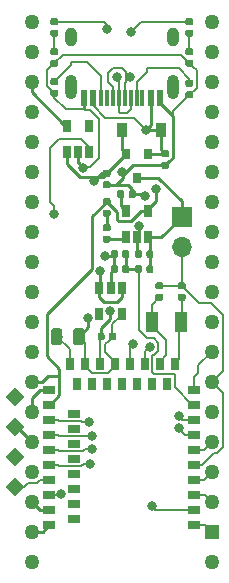
<source format=gbr>
G04 #@! TF.GenerationSoftware,KiCad,Pcbnew,(5.0.0)*
G04 #@! TF.CreationDate,2020-04-28T00:09:20-06:00*
G04 #@! TF.ProjectId,BlueMacro,426C75654D6163726F2E6B696361645F,rev?*
G04 #@! TF.SameCoordinates,Original*
G04 #@! TF.FileFunction,Copper,L1,Top,Signal*
G04 #@! TF.FilePolarity,Positive*
%FSLAX46Y46*%
G04 Gerber Fmt 4.6, Leading zero omitted, Abs format (unit mm)*
G04 Created by KiCad (PCBNEW (5.0.0)) date 04/28/20 00:09:20*
%MOMM*%
%LPD*%
G01*
G04 APERTURE LIST*
G04 #@! TA.AperFunction,WasherPad*
%ADD10C,1.270000*%
G04 #@! TD*
G04 #@! TA.AperFunction,ComponentPad*
%ADD11C,1.270000*%
G04 #@! TD*
G04 #@! TA.AperFunction,ComponentPad*
%ADD12R,1.250000X1.250000*%
G04 #@! TD*
G04 #@! TA.AperFunction,SMDPad,CuDef*
%ADD13R,0.900000X1.200000*%
G04 #@! TD*
G04 #@! TA.AperFunction,ComponentPad*
%ADD14R,1.700000X1.700000*%
G04 #@! TD*
G04 #@! TA.AperFunction,ComponentPad*
%ADD15O,1.700000X1.700000*%
G04 #@! TD*
G04 #@! TA.AperFunction,ComponentPad*
%ADD16O,1.000000X1.600000*%
G04 #@! TD*
G04 #@! TA.AperFunction,ComponentPad*
%ADD17O,1.000000X2.100000*%
G04 #@! TD*
G04 #@! TA.AperFunction,SMDPad,CuDef*
%ADD18R,0.300000X1.450000*%
G04 #@! TD*
G04 #@! TA.AperFunction,SMDPad,CuDef*
%ADD19R,0.600000X1.450000*%
G04 #@! TD*
G04 #@! TA.AperFunction,Conductor*
%ADD20C,0.100000*%
G04 #@! TD*
G04 #@! TA.AperFunction,SMDPad,CuDef*
%ADD21C,0.975000*%
G04 #@! TD*
G04 #@! TA.AperFunction,SMDPad,CuDef*
%ADD22R,0.800000X0.900000*%
G04 #@! TD*
G04 #@! TA.AperFunction,SMDPad,CuDef*
%ADD23R,0.650000X1.060000*%
G04 #@! TD*
G04 #@! TA.AperFunction,SMDPad,CuDef*
%ADD24R,1.000000X1.800000*%
G04 #@! TD*
G04 #@! TA.AperFunction,ComponentPad*
%ADD25R,0.650000X1.000000*%
G04 #@! TD*
G04 #@! TA.AperFunction,ComponentPad*
%ADD26R,1.000000X0.650000*%
G04 #@! TD*
G04 #@! TA.AperFunction,SMDPad,CuDef*
%ADD27R,0.650000X1.000000*%
G04 #@! TD*
G04 #@! TA.AperFunction,SMDPad,CuDef*
%ADD28R,1.000000X0.650000*%
G04 #@! TD*
G04 #@! TA.AperFunction,SMDPad,CuDef*
%ADD29C,0.590000*%
G04 #@! TD*
G04 #@! TA.AperFunction,ComponentPad*
%ADD30C,1.100000*%
G04 #@! TD*
G04 #@! TA.AperFunction,ViaPad*
%ADD31C,0.800000*%
G04 #@! TD*
G04 #@! TA.AperFunction,Conductor*
%ADD32C,0.200000*%
G04 #@! TD*
G04 #@! TA.AperFunction,Conductor*
%ADD33C,0.250000*%
G04 #@! TD*
G04 APERTURE END LIST*
D10*
G04 #@! TO.P,U4,*
G04 #@! TO.N,*
X55880000Y-27940000D03*
X40640000Y-27940000D03*
X55880000Y-73660000D03*
X40640000Y-73660000D03*
D11*
G04 #@! TO.P,U4,34*
G04 #@! TO.N,/P0.10*
X40640000Y-71120000D03*
G04 #@! TO.P,U4,33*
G04 #@! TO.N,/P0.09*
X40640000Y-68580000D03*
G04 #@! TO.P,U4,32*
G04 #@! TO.N,VBatt*
X40640000Y-66040000D03*
G04 #@! TO.P,U4,31*
G04 #@! TO.N,GND*
X40640000Y-63500000D03*
G04 #@! TO.P,U4,30*
G04 #@! TO.N,Reset*
X40640000Y-60960000D03*
G04 #@! TO.P,U4,27*
G04 #@! TO.N,N/C*
X40640000Y-53340000D03*
G04 #@! TO.P,U4,26*
G04 #@! TO.N,/P0.20*
X40640000Y-50800000D03*
G04 #@! TO.P,U4,25*
G04 #@! TO.N,/P0.17*
X40640000Y-48260000D03*
G04 #@! TO.P,U4,28*
G04 #@! TO.N,N/C*
X40640000Y-55880000D03*
G04 #@! TO.P,U4,29*
G04 #@! TO.N,VBus*
X40640000Y-58420000D03*
D12*
G04 #@! TO.P,U4,1*
G04 #@! TO.N,/P1.11*
X55880000Y-71120000D03*
D11*
G04 #@! TO.P,U4,2*
G04 #@! TO.N,/P0.03*
X55880000Y-68580000D03*
G04 #@! TO.P,U4,3*
G04 #@! TO.N,/P0.28*
X55880000Y-66040000D03*
G04 #@! TO.P,U4,4*
G04 #@! TO.N,/P1.13*
X55880000Y-63500000D03*
G04 #@! TO.P,U4,5*
G04 #@! TO.N,Reset*
X55880000Y-60960000D03*
G04 #@! TO.P,U4,6*
G04 #@! TO.N,GND*
X55880000Y-58420000D03*
G04 #@! TO.P,U4,7*
G04 #@! TO.N,/P0.30*
X55880000Y-55880000D03*
G04 #@! TO.P,U4,8*
G04 #@! TO.N,/P0.02*
X55880000Y-53340000D03*
G04 #@! TO.P,U4,9*
G04 #@! TO.N,/P0.29*
X55880000Y-50800000D03*
G04 #@! TO.P,U4,10*
G04 #@! TO.N,/P0.26*
X55880000Y-48260000D03*
G04 #@! TO.P,U4,11*
G04 #@! TO.N,/P0.06*
X55880000Y-45720000D03*
G04 #@! TO.P,U4,12*
G04 #@! TO.N,/P0.05*
X55880000Y-43180000D03*
G04 #@! TO.P,U4,24*
G04 #@! TO.N,/P0.15*
X40640000Y-45720000D03*
G04 #@! TO.P,U4,23*
G04 #@! TO.N,/P0.13*
X40640000Y-43180000D03*
G04 #@! TO.P,U4,22*
G04 #@! TO.N,/P0.22*
X40640000Y-40640000D03*
G04 #@! TO.P,U4,21*
G04 #@! TO.N,/P0.24*
X40640000Y-38100000D03*
G04 #@! TO.P,U4,20*
G04 #@! TO.N,N/C*
X40640000Y-35560000D03*
G04 #@! TO.P,U4,19*
G04 #@! TO.N,/3V3*
X40640000Y-33020000D03*
G04 #@! TO.P,U4,18*
G04 #@! TO.N,/P0.07*
X40640000Y-30480000D03*
G04 #@! TO.P,U4,17*
G04 #@! TO.N,/P1.06*
X55880000Y-30480000D03*
G04 #@! TO.P,U4,16*
G04 #@! TO.N,/P0.12*
X55880000Y-33020000D03*
G04 #@! TO.P,U4,15*
G04 #@! TO.N,/P0.04*
X55880000Y-35560000D03*
G04 #@! TO.P,U4,14*
G04 #@! TO.N,/P1.09*
X55880000Y-38100000D03*
G04 #@! TO.P,U4,13*
G04 #@! TO.N,/P0.08*
X55880000Y-40640000D03*
G04 #@! TD*
D13*
G04 #@! TO.P,D1,1*
G04 #@! TO.N,Net-(C3-Pad1)*
X48261000Y-37084000D03*
G04 #@! TO.P,D1,2*
G04 #@! TO.N,VBus*
X51561000Y-37084000D03*
G04 #@! TD*
D14*
G04 #@! TO.P,J1,1*
G04 #@! TO.N,VBatt*
X53340000Y-44450000D03*
D15*
G04 #@! TO.P,J1,2*
G04 #@! TO.N,GND*
X53340000Y-46990000D03*
G04 #@! TD*
D16*
G04 #@! TO.P,J3,S1*
G04 #@! TO.N,Net-(J3-PadS1)*
X43940000Y-29270000D03*
X52580000Y-29270000D03*
D17*
X43940000Y-33450000D03*
X52580000Y-33450000D03*
D18*
G04 #@! TO.P,J3,A6*
G04 #@! TO.N,D+*
X48510000Y-34365000D03*
G04 #@! TO.P,J3,A7*
G04 #@! TO.N,D-*
X48010000Y-34365000D03*
G04 #@! TO.P,J3,B6*
G04 #@! TO.N,D+*
X47510000Y-34365000D03*
G04 #@! TO.P,J3,B7*
G04 #@! TO.N,D-*
X49010000Y-34365000D03*
G04 #@! TO.P,J3,A8*
G04 #@! TO.N,N/C*
X47010000Y-34365000D03*
G04 #@! TO.P,J3,A5*
G04 #@! TO.N,Net-(J3-PadA5)*
X49510000Y-34365000D03*
G04 #@! TO.P,J3,B5*
G04 #@! TO.N,Net-(J3-PadB5)*
X46510000Y-34365000D03*
G04 #@! TO.P,J3,B8*
G04 #@! TO.N,N/C*
X50010000Y-34365000D03*
D19*
G04 #@! TO.P,J3,A4*
G04 #@! TO.N,VBus*
X50710000Y-34365000D03*
X45810000Y-34365000D03*
G04 #@! TO.P,J3,A1*
G04 #@! TO.N,GND*
X51485000Y-34365000D03*
X45035000Y-34365000D03*
G04 #@! TD*
D20*
G04 #@! TO.N,Net-(L1-Pad1)*
G04 #@! TO.C,L1*
G36*
X43018142Y-53911174D02*
X43041803Y-53914684D01*
X43065007Y-53920496D01*
X43087529Y-53928554D01*
X43109153Y-53938782D01*
X43129670Y-53951079D01*
X43148883Y-53965329D01*
X43166607Y-53981393D01*
X43182671Y-53999117D01*
X43196921Y-54018330D01*
X43209218Y-54038847D01*
X43219446Y-54060471D01*
X43227504Y-54082993D01*
X43233316Y-54106197D01*
X43236826Y-54129858D01*
X43238000Y-54153750D01*
X43238000Y-55066250D01*
X43236826Y-55090142D01*
X43233316Y-55113803D01*
X43227504Y-55137007D01*
X43219446Y-55159529D01*
X43209218Y-55181153D01*
X43196921Y-55201670D01*
X43182671Y-55220883D01*
X43166607Y-55238607D01*
X43148883Y-55254671D01*
X43129670Y-55268921D01*
X43109153Y-55281218D01*
X43087529Y-55291446D01*
X43065007Y-55299504D01*
X43041803Y-55305316D01*
X43018142Y-55308826D01*
X42994250Y-55310000D01*
X42506750Y-55310000D01*
X42482858Y-55308826D01*
X42459197Y-55305316D01*
X42435993Y-55299504D01*
X42413471Y-55291446D01*
X42391847Y-55281218D01*
X42371330Y-55268921D01*
X42352117Y-55254671D01*
X42334393Y-55238607D01*
X42318329Y-55220883D01*
X42304079Y-55201670D01*
X42291782Y-55181153D01*
X42281554Y-55159529D01*
X42273496Y-55137007D01*
X42267684Y-55113803D01*
X42264174Y-55090142D01*
X42263000Y-55066250D01*
X42263000Y-54153750D01*
X42264174Y-54129858D01*
X42267684Y-54106197D01*
X42273496Y-54082993D01*
X42281554Y-54060471D01*
X42291782Y-54038847D01*
X42304079Y-54018330D01*
X42318329Y-53999117D01*
X42334393Y-53981393D01*
X42352117Y-53965329D01*
X42371330Y-53951079D01*
X42391847Y-53938782D01*
X42413471Y-53928554D01*
X42435993Y-53920496D01*
X42459197Y-53914684D01*
X42482858Y-53911174D01*
X42506750Y-53910000D01*
X42994250Y-53910000D01*
X43018142Y-53911174D01*
X43018142Y-53911174D01*
G37*
D21*
G04 #@! TD*
G04 #@! TO.P,L1,1*
G04 #@! TO.N,Net-(L1-Pad1)*
X42750500Y-54610000D03*
D20*
G04 #@! TO.N,VCC*
G04 #@! TO.C,L1*
G36*
X44893142Y-53911174D02*
X44916803Y-53914684D01*
X44940007Y-53920496D01*
X44962529Y-53928554D01*
X44984153Y-53938782D01*
X45004670Y-53951079D01*
X45023883Y-53965329D01*
X45041607Y-53981393D01*
X45057671Y-53999117D01*
X45071921Y-54018330D01*
X45084218Y-54038847D01*
X45094446Y-54060471D01*
X45102504Y-54082993D01*
X45108316Y-54106197D01*
X45111826Y-54129858D01*
X45113000Y-54153750D01*
X45113000Y-55066250D01*
X45111826Y-55090142D01*
X45108316Y-55113803D01*
X45102504Y-55137007D01*
X45094446Y-55159529D01*
X45084218Y-55181153D01*
X45071921Y-55201670D01*
X45057671Y-55220883D01*
X45041607Y-55238607D01*
X45023883Y-55254671D01*
X45004670Y-55268921D01*
X44984153Y-55281218D01*
X44962529Y-55291446D01*
X44940007Y-55299504D01*
X44916803Y-55305316D01*
X44893142Y-55308826D01*
X44869250Y-55310000D01*
X44381750Y-55310000D01*
X44357858Y-55308826D01*
X44334197Y-55305316D01*
X44310993Y-55299504D01*
X44288471Y-55291446D01*
X44266847Y-55281218D01*
X44246330Y-55268921D01*
X44227117Y-55254671D01*
X44209393Y-55238607D01*
X44193329Y-55220883D01*
X44179079Y-55201670D01*
X44166782Y-55181153D01*
X44156554Y-55159529D01*
X44148496Y-55137007D01*
X44142684Y-55113803D01*
X44139174Y-55090142D01*
X44138000Y-55066250D01*
X44138000Y-54153750D01*
X44139174Y-54129858D01*
X44142684Y-54106197D01*
X44148496Y-54082993D01*
X44156554Y-54060471D01*
X44166782Y-54038847D01*
X44179079Y-54018330D01*
X44193329Y-53999117D01*
X44209393Y-53981393D01*
X44227117Y-53965329D01*
X44246330Y-53951079D01*
X44266847Y-53938782D01*
X44288471Y-53928554D01*
X44310993Y-53920496D01*
X44334197Y-53914684D01*
X44357858Y-53911174D01*
X44381750Y-53910000D01*
X44869250Y-53910000D01*
X44893142Y-53911174D01*
X44893142Y-53911174D01*
G37*
D21*
G04 #@! TD*
G04 #@! TO.P,L1,2*
G04 #@! TO.N,VCC*
X44625500Y-54610000D03*
D22*
G04 #@! TO.P,Q1,1*
G04 #@! TO.N,VBus*
X50480000Y-39148000D03*
G04 #@! TO.P,Q1,2*
G04 #@! TO.N,Net-(C3-Pad1)*
X48580000Y-39148000D03*
G04 #@! TO.P,Q1,3*
G04 #@! TO.N,VBatt*
X49530000Y-41148000D03*
G04 #@! TD*
D23*
G04 #@! TO.P,U1,5*
G04 #@! TO.N,Net-(R2-Pad2)*
X48580000Y-43985000D03*
G04 #@! TO.P,U1,4*
G04 #@! TO.N,VBus*
X50480000Y-43985000D03*
G04 #@! TO.P,U1,3*
G04 #@! TO.N,VBatt*
X50480000Y-46185000D03*
G04 #@! TO.P,U1,2*
G04 #@! TO.N,GND*
X49530000Y-46185000D03*
G04 #@! TO.P,U1,1*
G04 #@! TO.N,Net-(R3-Pad1)*
X48580000Y-46185000D03*
G04 #@! TD*
G04 #@! TO.P,U3,1*
G04 #@! TO.N,Net-(C3-Pad1)*
X48260000Y-50505000D03*
G04 #@! TO.P,U3,2*
G04 #@! TO.N,GND*
X47310000Y-50505000D03*
G04 #@! TO.P,U3,3*
G04 #@! TO.N,Net-(C3-Pad1)*
X46360000Y-50505000D03*
G04 #@! TO.P,U3,4*
G04 #@! TO.N,N/C*
X46360000Y-52705000D03*
G04 #@! TO.P,U3,5*
G04 #@! TO.N,VCC*
X48260000Y-52705000D03*
G04 #@! TD*
D24*
G04 #@! TO.P,Y1,1*
G04 #@! TO.N,Net-(C1-Pad1)*
X53300000Y-53340000D03*
G04 #@! TO.P,Y1,2*
G04 #@! TO.N,Net-(C2-Pad1)*
X50800000Y-53340000D03*
G04 #@! TD*
D25*
G04 #@! TO.P,U2,18*
G04 #@! TO.N,/P0.04*
X48283000Y-58607000D03*
G04 #@! TO.P,U2,24*
G04 #@! TO.N,GND*
X44473000Y-58607000D03*
G04 #@! TO.P,U2,22*
G04 #@! TO.N,/P0.07*
X45743000Y-58607000D03*
G04 #@! TO.P,U2,16*
G04 #@! TO.N,/P0.08*
X49553000Y-58607000D03*
G04 #@! TO.P,U2,20*
G04 #@! TO.N,/P0.12*
X47013000Y-58607000D03*
G04 #@! TO.P,U2,12*
G04 #@! TO.N,/P0.26*
X52093000Y-58607000D03*
G04 #@! TO.P,U2,14*
G04 #@! TO.N,/P0.06*
X50823000Y-58607000D03*
D26*
G04 #@! TO.P,U2,42*
G04 #@! TO.N,/P1.06*
X44219000Y-70037000D03*
G04 #@! TO.P,U2,40*
G04 #@! TO.N,RED_LED*
X44219000Y-68767000D03*
G04 #@! TO.P,U2,38*
G04 #@! TO.N,N/C*
X44219000Y-67497000D03*
G04 #@! TO.P,U2,36*
G04 #@! TO.N,SWO*
X44219000Y-66227000D03*
G04 #@! TO.P,U2,34*
G04 #@! TO.N,/P0.22*
X44219000Y-64957000D03*
G04 #@! TO.P,U2,32*
G04 #@! TO.N,/P0.20*
X44219000Y-63687000D03*
G04 #@! TO.P,U2,30*
G04 #@! TO.N,/P0.17*
X44219000Y-62417000D03*
D27*
G04 #@! TO.P,U2,19*
G04 #@! TO.N,VCC*
X47650000Y-56896000D03*
G04 #@! TO.P,U2,25*
G04 #@! TO.N,Net-(L1-Pad1)*
X43840000Y-56896000D03*
G04 #@! TO.P,U2,17*
G04 #@! TO.N,/P1.09*
X48920000Y-56896000D03*
G04 #@! TO.P,U2,15*
G04 #@! TO.N,/P0.05*
X50190000Y-56896000D03*
G04 #@! TO.P,U2,13*
G04 #@! TO.N,Net-(C2-Pad1)*
X51460000Y-56896000D03*
G04 #@! TO.P,U2,21*
G04 #@! TO.N,GND*
X46380000Y-56896000D03*
G04 #@! TO.P,U2,11*
G04 #@! TO.N,Net-(C1-Pad1)*
X52730000Y-56896000D03*
G04 #@! TO.P,U2,23*
G04 #@! TO.N,VCC*
X45110000Y-56896000D03*
D28*
G04 #@! TO.P,U2,26*
G04 #@! TO.N,Reset*
X42141000Y-59115000D03*
G04 #@! TO.P,U2,27*
G04 #@! TO.N,VBus*
X42141000Y-60385000D03*
G04 #@! TO.P,U2,35*
G04 #@! TO.N,/P0.24*
X42141000Y-65465000D03*
G04 #@! TO.P,U2,29*
G04 #@! TO.N,D-*
X42141000Y-61655000D03*
G04 #@! TO.P,U2,37*
G04 #@! TO.N,SWDIO*
X42141000Y-66735000D03*
G04 #@! TO.P,U2,39*
G04 #@! TO.N,SWDCLK*
X42141000Y-68005000D03*
G04 #@! TO.P,U2,41*
G04 #@! TO.N,/P0.09*
X42141000Y-69275000D03*
G04 #@! TO.P,U2,33*
G04 #@! TO.N,/P0.13*
X42141000Y-64195000D03*
G04 #@! TO.P,U2,43*
G04 #@! TO.N,/P0.10*
X42141000Y-70545000D03*
G04 #@! TO.P,U2,31*
G04 #@! TO.N,D+*
X42141000Y-62925000D03*
G04 #@! TO.P,U2,1*
G04 #@! TO.N,/P1.11*
X54379000Y-70545000D03*
G04 #@! TO.P,U2,2*
G04 #@! TO.N,BLUE_LED*
X54379000Y-69275000D03*
G04 #@! TO.P,U2,3*
G04 #@! TO.N,/P0.03*
X54379000Y-68005000D03*
G04 #@! TO.P,U2,4*
G04 #@! TO.N,/P0.28*
X54379000Y-66735000D03*
G04 #@! TO.P,U2,5*
G04 #@! TO.N,GND*
X54379000Y-65465000D03*
G04 #@! TO.P,U2,6*
G04 #@! TO.N,/P1.13*
X54379000Y-64195000D03*
G04 #@! TO.P,U2,7*
G04 #@! TO.N,/P0.02*
X54379000Y-62925000D03*
G04 #@! TO.P,U2,8*
G04 #@! TO.N,/P0.29*
X54379000Y-61655000D03*
G04 #@! TO.P,U2,9*
G04 #@! TO.N,VBatt_Monitor*
X54379000Y-60385000D03*
G04 #@! TO.P,U2,10*
G04 #@! TO.N,/P0.30*
X54379000Y-59115000D03*
D26*
G04 #@! TO.P,U2,28*
G04 #@! TO.N,/P0.15*
X44219000Y-61147000D03*
G04 #@! TD*
D20*
G04 #@! TO.N,Net-(C1-Pad1)*
G04 #@! TO.C,C1*
G36*
X53526957Y-50990710D02*
X53541275Y-50992834D01*
X53555316Y-50996351D01*
X53568945Y-51001228D01*
X53582030Y-51007417D01*
X53594446Y-51014858D01*
X53606072Y-51023481D01*
X53616797Y-51033202D01*
X53626518Y-51043927D01*
X53635141Y-51055553D01*
X53642582Y-51067969D01*
X53648771Y-51081054D01*
X53653648Y-51094683D01*
X53657165Y-51108724D01*
X53659289Y-51123042D01*
X53659999Y-51137500D01*
X53659999Y-51432500D01*
X53659289Y-51446958D01*
X53657165Y-51461276D01*
X53653648Y-51475317D01*
X53648771Y-51488946D01*
X53642582Y-51502031D01*
X53635141Y-51514447D01*
X53626518Y-51526073D01*
X53616797Y-51536798D01*
X53606072Y-51546519D01*
X53594446Y-51555142D01*
X53582030Y-51562583D01*
X53568945Y-51568772D01*
X53555316Y-51573649D01*
X53541275Y-51577166D01*
X53526957Y-51579290D01*
X53512499Y-51580000D01*
X53167499Y-51580000D01*
X53153041Y-51579290D01*
X53138723Y-51577166D01*
X53124682Y-51573649D01*
X53111053Y-51568772D01*
X53097968Y-51562583D01*
X53085552Y-51555142D01*
X53073926Y-51546519D01*
X53063201Y-51536798D01*
X53053480Y-51526073D01*
X53044857Y-51514447D01*
X53037416Y-51502031D01*
X53031227Y-51488946D01*
X53026350Y-51475317D01*
X53022833Y-51461276D01*
X53020709Y-51446958D01*
X53019999Y-51432500D01*
X53019999Y-51137500D01*
X53020709Y-51123042D01*
X53022833Y-51108724D01*
X53026350Y-51094683D01*
X53031227Y-51081054D01*
X53037416Y-51067969D01*
X53044857Y-51055553D01*
X53053480Y-51043927D01*
X53063201Y-51033202D01*
X53073926Y-51023481D01*
X53085552Y-51014858D01*
X53097968Y-51007417D01*
X53111053Y-51001228D01*
X53124682Y-50996351D01*
X53138723Y-50992834D01*
X53153041Y-50990710D01*
X53167499Y-50990000D01*
X53512499Y-50990000D01*
X53526957Y-50990710D01*
X53526957Y-50990710D01*
G37*
D29*
G04 #@! TD*
G04 #@! TO.P,C1,1*
G04 #@! TO.N,Net-(C1-Pad1)*
X53339999Y-51285000D03*
D20*
G04 #@! TO.N,GND*
G04 #@! TO.C,C1*
G36*
X53526957Y-50020710D02*
X53541275Y-50022834D01*
X53555316Y-50026351D01*
X53568945Y-50031228D01*
X53582030Y-50037417D01*
X53594446Y-50044858D01*
X53606072Y-50053481D01*
X53616797Y-50063202D01*
X53626518Y-50073927D01*
X53635141Y-50085553D01*
X53642582Y-50097969D01*
X53648771Y-50111054D01*
X53653648Y-50124683D01*
X53657165Y-50138724D01*
X53659289Y-50153042D01*
X53659999Y-50167500D01*
X53659999Y-50462500D01*
X53659289Y-50476958D01*
X53657165Y-50491276D01*
X53653648Y-50505317D01*
X53648771Y-50518946D01*
X53642582Y-50532031D01*
X53635141Y-50544447D01*
X53626518Y-50556073D01*
X53616797Y-50566798D01*
X53606072Y-50576519D01*
X53594446Y-50585142D01*
X53582030Y-50592583D01*
X53568945Y-50598772D01*
X53555316Y-50603649D01*
X53541275Y-50607166D01*
X53526957Y-50609290D01*
X53512499Y-50610000D01*
X53167499Y-50610000D01*
X53153041Y-50609290D01*
X53138723Y-50607166D01*
X53124682Y-50603649D01*
X53111053Y-50598772D01*
X53097968Y-50592583D01*
X53085552Y-50585142D01*
X53073926Y-50576519D01*
X53063201Y-50566798D01*
X53053480Y-50556073D01*
X53044857Y-50544447D01*
X53037416Y-50532031D01*
X53031227Y-50518946D01*
X53026350Y-50505317D01*
X53022833Y-50491276D01*
X53020709Y-50476958D01*
X53019999Y-50462500D01*
X53019999Y-50167500D01*
X53020709Y-50153042D01*
X53022833Y-50138724D01*
X53026350Y-50124683D01*
X53031227Y-50111054D01*
X53037416Y-50097969D01*
X53044857Y-50085553D01*
X53053480Y-50073927D01*
X53063201Y-50063202D01*
X53073926Y-50053481D01*
X53085552Y-50044858D01*
X53097968Y-50037417D01*
X53111053Y-50031228D01*
X53124682Y-50026351D01*
X53138723Y-50022834D01*
X53153041Y-50020710D01*
X53167499Y-50020000D01*
X53512499Y-50020000D01*
X53526957Y-50020710D01*
X53526957Y-50020710D01*
G37*
D29*
G04 #@! TD*
G04 #@! TO.P,C1,2*
G04 #@! TO.N,GND*
X53339999Y-50315000D03*
D20*
G04 #@! TO.N,GND*
G04 #@! TO.C,C2*
G36*
X51621958Y-50020710D02*
X51636276Y-50022834D01*
X51650317Y-50026351D01*
X51663946Y-50031228D01*
X51677031Y-50037417D01*
X51689447Y-50044858D01*
X51701073Y-50053481D01*
X51711798Y-50063202D01*
X51721519Y-50073927D01*
X51730142Y-50085553D01*
X51737583Y-50097969D01*
X51743772Y-50111054D01*
X51748649Y-50124683D01*
X51752166Y-50138724D01*
X51754290Y-50153042D01*
X51755000Y-50167500D01*
X51755000Y-50462500D01*
X51754290Y-50476958D01*
X51752166Y-50491276D01*
X51748649Y-50505317D01*
X51743772Y-50518946D01*
X51737583Y-50532031D01*
X51730142Y-50544447D01*
X51721519Y-50556073D01*
X51711798Y-50566798D01*
X51701073Y-50576519D01*
X51689447Y-50585142D01*
X51677031Y-50592583D01*
X51663946Y-50598772D01*
X51650317Y-50603649D01*
X51636276Y-50607166D01*
X51621958Y-50609290D01*
X51607500Y-50610000D01*
X51262500Y-50610000D01*
X51248042Y-50609290D01*
X51233724Y-50607166D01*
X51219683Y-50603649D01*
X51206054Y-50598772D01*
X51192969Y-50592583D01*
X51180553Y-50585142D01*
X51168927Y-50576519D01*
X51158202Y-50566798D01*
X51148481Y-50556073D01*
X51139858Y-50544447D01*
X51132417Y-50532031D01*
X51126228Y-50518946D01*
X51121351Y-50505317D01*
X51117834Y-50491276D01*
X51115710Y-50476958D01*
X51115000Y-50462500D01*
X51115000Y-50167500D01*
X51115710Y-50153042D01*
X51117834Y-50138724D01*
X51121351Y-50124683D01*
X51126228Y-50111054D01*
X51132417Y-50097969D01*
X51139858Y-50085553D01*
X51148481Y-50073927D01*
X51158202Y-50063202D01*
X51168927Y-50053481D01*
X51180553Y-50044858D01*
X51192969Y-50037417D01*
X51206054Y-50031228D01*
X51219683Y-50026351D01*
X51233724Y-50022834D01*
X51248042Y-50020710D01*
X51262500Y-50020000D01*
X51607500Y-50020000D01*
X51621958Y-50020710D01*
X51621958Y-50020710D01*
G37*
D29*
G04 #@! TD*
G04 #@! TO.P,C2,2*
G04 #@! TO.N,GND*
X51435000Y-50315000D03*
D20*
G04 #@! TO.N,Net-(C2-Pad1)*
G04 #@! TO.C,C2*
G36*
X51621958Y-50990710D02*
X51636276Y-50992834D01*
X51650317Y-50996351D01*
X51663946Y-51001228D01*
X51677031Y-51007417D01*
X51689447Y-51014858D01*
X51701073Y-51023481D01*
X51711798Y-51033202D01*
X51721519Y-51043927D01*
X51730142Y-51055553D01*
X51737583Y-51067969D01*
X51743772Y-51081054D01*
X51748649Y-51094683D01*
X51752166Y-51108724D01*
X51754290Y-51123042D01*
X51755000Y-51137500D01*
X51755000Y-51432500D01*
X51754290Y-51446958D01*
X51752166Y-51461276D01*
X51748649Y-51475317D01*
X51743772Y-51488946D01*
X51737583Y-51502031D01*
X51730142Y-51514447D01*
X51721519Y-51526073D01*
X51711798Y-51536798D01*
X51701073Y-51546519D01*
X51689447Y-51555142D01*
X51677031Y-51562583D01*
X51663946Y-51568772D01*
X51650317Y-51573649D01*
X51636276Y-51577166D01*
X51621958Y-51579290D01*
X51607500Y-51580000D01*
X51262500Y-51580000D01*
X51248042Y-51579290D01*
X51233724Y-51577166D01*
X51219683Y-51573649D01*
X51206054Y-51568772D01*
X51192969Y-51562583D01*
X51180553Y-51555142D01*
X51168927Y-51546519D01*
X51158202Y-51536798D01*
X51148481Y-51526073D01*
X51139858Y-51514447D01*
X51132417Y-51502031D01*
X51126228Y-51488946D01*
X51121351Y-51475317D01*
X51117834Y-51461276D01*
X51115710Y-51446958D01*
X51115000Y-51432500D01*
X51115000Y-51137500D01*
X51115710Y-51123042D01*
X51117834Y-51108724D01*
X51121351Y-51094683D01*
X51126228Y-51081054D01*
X51132417Y-51067969D01*
X51139858Y-51055553D01*
X51148481Y-51043927D01*
X51158202Y-51033202D01*
X51168927Y-51023481D01*
X51180553Y-51014858D01*
X51192969Y-51007417D01*
X51206054Y-51001228D01*
X51219683Y-50996351D01*
X51233724Y-50992834D01*
X51248042Y-50990710D01*
X51262500Y-50990000D01*
X51607500Y-50990000D01*
X51621958Y-50990710D01*
X51621958Y-50990710D01*
G37*
D29*
G04 #@! TD*
G04 #@! TO.P,C2,1*
G04 #@! TO.N,Net-(C2-Pad1)*
X51435000Y-51285000D03*
D20*
G04 #@! TO.N,GND*
G04 #@! TO.C,R1*
G36*
X52129958Y-39814710D02*
X52144276Y-39816834D01*
X52158317Y-39820351D01*
X52171946Y-39825228D01*
X52185031Y-39831417D01*
X52197447Y-39838858D01*
X52209073Y-39847481D01*
X52219798Y-39857202D01*
X52229519Y-39867927D01*
X52238142Y-39879553D01*
X52245583Y-39891969D01*
X52251772Y-39905054D01*
X52256649Y-39918683D01*
X52260166Y-39932724D01*
X52262290Y-39947042D01*
X52263000Y-39961500D01*
X52263000Y-40256500D01*
X52262290Y-40270958D01*
X52260166Y-40285276D01*
X52256649Y-40299317D01*
X52251772Y-40312946D01*
X52245583Y-40326031D01*
X52238142Y-40338447D01*
X52229519Y-40350073D01*
X52219798Y-40360798D01*
X52209073Y-40370519D01*
X52197447Y-40379142D01*
X52185031Y-40386583D01*
X52171946Y-40392772D01*
X52158317Y-40397649D01*
X52144276Y-40401166D01*
X52129958Y-40403290D01*
X52115500Y-40404000D01*
X51770500Y-40404000D01*
X51756042Y-40403290D01*
X51741724Y-40401166D01*
X51727683Y-40397649D01*
X51714054Y-40392772D01*
X51700969Y-40386583D01*
X51688553Y-40379142D01*
X51676927Y-40370519D01*
X51666202Y-40360798D01*
X51656481Y-40350073D01*
X51647858Y-40338447D01*
X51640417Y-40326031D01*
X51634228Y-40312946D01*
X51629351Y-40299317D01*
X51625834Y-40285276D01*
X51623710Y-40270958D01*
X51623000Y-40256500D01*
X51623000Y-39961500D01*
X51623710Y-39947042D01*
X51625834Y-39932724D01*
X51629351Y-39918683D01*
X51634228Y-39905054D01*
X51640417Y-39891969D01*
X51647858Y-39879553D01*
X51656481Y-39867927D01*
X51666202Y-39857202D01*
X51676927Y-39847481D01*
X51688553Y-39838858D01*
X51700969Y-39831417D01*
X51714054Y-39825228D01*
X51727683Y-39820351D01*
X51741724Y-39816834D01*
X51756042Y-39814710D01*
X51770500Y-39814000D01*
X52115500Y-39814000D01*
X52129958Y-39814710D01*
X52129958Y-39814710D01*
G37*
D29*
G04 #@! TD*
G04 #@! TO.P,R1,2*
G04 #@! TO.N,GND*
X51943000Y-40109000D03*
D20*
G04 #@! TO.N,VBus*
G04 #@! TO.C,R1*
G36*
X52129958Y-38844710D02*
X52144276Y-38846834D01*
X52158317Y-38850351D01*
X52171946Y-38855228D01*
X52185031Y-38861417D01*
X52197447Y-38868858D01*
X52209073Y-38877481D01*
X52219798Y-38887202D01*
X52229519Y-38897927D01*
X52238142Y-38909553D01*
X52245583Y-38921969D01*
X52251772Y-38935054D01*
X52256649Y-38948683D01*
X52260166Y-38962724D01*
X52262290Y-38977042D01*
X52263000Y-38991500D01*
X52263000Y-39286500D01*
X52262290Y-39300958D01*
X52260166Y-39315276D01*
X52256649Y-39329317D01*
X52251772Y-39342946D01*
X52245583Y-39356031D01*
X52238142Y-39368447D01*
X52229519Y-39380073D01*
X52219798Y-39390798D01*
X52209073Y-39400519D01*
X52197447Y-39409142D01*
X52185031Y-39416583D01*
X52171946Y-39422772D01*
X52158317Y-39427649D01*
X52144276Y-39431166D01*
X52129958Y-39433290D01*
X52115500Y-39434000D01*
X51770500Y-39434000D01*
X51756042Y-39433290D01*
X51741724Y-39431166D01*
X51727683Y-39427649D01*
X51714054Y-39422772D01*
X51700969Y-39416583D01*
X51688553Y-39409142D01*
X51676927Y-39400519D01*
X51666202Y-39390798D01*
X51656481Y-39380073D01*
X51647858Y-39368447D01*
X51640417Y-39356031D01*
X51634228Y-39342946D01*
X51629351Y-39329317D01*
X51625834Y-39315276D01*
X51623710Y-39300958D01*
X51623000Y-39286500D01*
X51623000Y-38991500D01*
X51623710Y-38977042D01*
X51625834Y-38962724D01*
X51629351Y-38948683D01*
X51634228Y-38935054D01*
X51640417Y-38921969D01*
X51647858Y-38909553D01*
X51656481Y-38897927D01*
X51666202Y-38887202D01*
X51676927Y-38877481D01*
X51688553Y-38868858D01*
X51700969Y-38861417D01*
X51714054Y-38855228D01*
X51727683Y-38850351D01*
X51741724Y-38846834D01*
X51756042Y-38844710D01*
X51770500Y-38844000D01*
X52115500Y-38844000D01*
X52129958Y-38844710D01*
X52129958Y-38844710D01*
G37*
D29*
G04 #@! TD*
G04 #@! TO.P,R1,1*
G04 #@! TO.N,VBus*
X51943000Y-39139000D03*
D20*
G04 #@! TO.N,Net-(R2-Pad2)*
G04 #@! TO.C,R2*
G36*
X48340958Y-42225710D02*
X48355276Y-42227834D01*
X48369317Y-42231351D01*
X48382946Y-42236228D01*
X48396031Y-42242417D01*
X48408447Y-42249858D01*
X48420073Y-42258481D01*
X48430798Y-42268202D01*
X48440519Y-42278927D01*
X48449142Y-42290553D01*
X48456583Y-42302969D01*
X48462772Y-42316054D01*
X48467649Y-42329683D01*
X48471166Y-42343724D01*
X48473290Y-42358042D01*
X48474000Y-42372500D01*
X48474000Y-42717500D01*
X48473290Y-42731958D01*
X48471166Y-42746276D01*
X48467649Y-42760317D01*
X48462772Y-42773946D01*
X48456583Y-42787031D01*
X48449142Y-42799447D01*
X48440519Y-42811073D01*
X48430798Y-42821798D01*
X48420073Y-42831519D01*
X48408447Y-42840142D01*
X48396031Y-42847583D01*
X48382946Y-42853772D01*
X48369317Y-42858649D01*
X48355276Y-42862166D01*
X48340958Y-42864290D01*
X48326500Y-42865000D01*
X48031500Y-42865000D01*
X48017042Y-42864290D01*
X48002724Y-42862166D01*
X47988683Y-42858649D01*
X47975054Y-42853772D01*
X47961969Y-42847583D01*
X47949553Y-42840142D01*
X47937927Y-42831519D01*
X47927202Y-42821798D01*
X47917481Y-42811073D01*
X47908858Y-42799447D01*
X47901417Y-42787031D01*
X47895228Y-42773946D01*
X47890351Y-42760317D01*
X47886834Y-42746276D01*
X47884710Y-42731958D01*
X47884000Y-42717500D01*
X47884000Y-42372500D01*
X47884710Y-42358042D01*
X47886834Y-42343724D01*
X47890351Y-42329683D01*
X47895228Y-42316054D01*
X47901417Y-42302969D01*
X47908858Y-42290553D01*
X47917481Y-42278927D01*
X47927202Y-42268202D01*
X47937927Y-42258481D01*
X47949553Y-42249858D01*
X47961969Y-42242417D01*
X47975054Y-42236228D01*
X47988683Y-42231351D01*
X48002724Y-42227834D01*
X48017042Y-42225710D01*
X48031500Y-42225000D01*
X48326500Y-42225000D01*
X48340958Y-42225710D01*
X48340958Y-42225710D01*
G37*
D29*
G04 #@! TD*
G04 #@! TO.P,R2,2*
G04 #@! TO.N,Net-(R2-Pad2)*
X48179000Y-42545000D03*
D20*
G04 #@! TO.N,GND*
G04 #@! TO.C,R2*
G36*
X49310958Y-42225710D02*
X49325276Y-42227834D01*
X49339317Y-42231351D01*
X49352946Y-42236228D01*
X49366031Y-42242417D01*
X49378447Y-42249858D01*
X49390073Y-42258481D01*
X49400798Y-42268202D01*
X49410519Y-42278927D01*
X49419142Y-42290553D01*
X49426583Y-42302969D01*
X49432772Y-42316054D01*
X49437649Y-42329683D01*
X49441166Y-42343724D01*
X49443290Y-42358042D01*
X49444000Y-42372500D01*
X49444000Y-42717500D01*
X49443290Y-42731958D01*
X49441166Y-42746276D01*
X49437649Y-42760317D01*
X49432772Y-42773946D01*
X49426583Y-42787031D01*
X49419142Y-42799447D01*
X49410519Y-42811073D01*
X49400798Y-42821798D01*
X49390073Y-42831519D01*
X49378447Y-42840142D01*
X49366031Y-42847583D01*
X49352946Y-42853772D01*
X49339317Y-42858649D01*
X49325276Y-42862166D01*
X49310958Y-42864290D01*
X49296500Y-42865000D01*
X49001500Y-42865000D01*
X48987042Y-42864290D01*
X48972724Y-42862166D01*
X48958683Y-42858649D01*
X48945054Y-42853772D01*
X48931969Y-42847583D01*
X48919553Y-42840142D01*
X48907927Y-42831519D01*
X48897202Y-42821798D01*
X48887481Y-42811073D01*
X48878858Y-42799447D01*
X48871417Y-42787031D01*
X48865228Y-42773946D01*
X48860351Y-42760317D01*
X48856834Y-42746276D01*
X48854710Y-42731958D01*
X48854000Y-42717500D01*
X48854000Y-42372500D01*
X48854710Y-42358042D01*
X48856834Y-42343724D01*
X48860351Y-42329683D01*
X48865228Y-42316054D01*
X48871417Y-42302969D01*
X48878858Y-42290553D01*
X48887481Y-42278927D01*
X48897202Y-42268202D01*
X48907927Y-42258481D01*
X48919553Y-42249858D01*
X48931969Y-42242417D01*
X48945054Y-42236228D01*
X48958683Y-42231351D01*
X48972724Y-42227834D01*
X48987042Y-42225710D01*
X49001500Y-42225000D01*
X49296500Y-42225000D01*
X49310958Y-42225710D01*
X49310958Y-42225710D01*
G37*
D29*
G04 #@! TD*
G04 #@! TO.P,R2,1*
G04 #@! TO.N,GND*
X49149000Y-42545000D03*
D20*
G04 #@! TO.N,Net-(R3-Pad1)*
G04 #@! TO.C,R3*
G36*
X47176958Y-46060710D02*
X47191276Y-46062834D01*
X47205317Y-46066351D01*
X47218946Y-46071228D01*
X47232031Y-46077417D01*
X47244447Y-46084858D01*
X47256073Y-46093481D01*
X47266798Y-46103202D01*
X47276519Y-46113927D01*
X47285142Y-46125553D01*
X47292583Y-46137969D01*
X47298772Y-46151054D01*
X47303649Y-46164683D01*
X47307166Y-46178724D01*
X47309290Y-46193042D01*
X47310000Y-46207500D01*
X47310000Y-46502500D01*
X47309290Y-46516958D01*
X47307166Y-46531276D01*
X47303649Y-46545317D01*
X47298772Y-46558946D01*
X47292583Y-46572031D01*
X47285142Y-46584447D01*
X47276519Y-46596073D01*
X47266798Y-46606798D01*
X47256073Y-46616519D01*
X47244447Y-46625142D01*
X47232031Y-46632583D01*
X47218946Y-46638772D01*
X47205317Y-46643649D01*
X47191276Y-46647166D01*
X47176958Y-46649290D01*
X47162500Y-46650000D01*
X46817500Y-46650000D01*
X46803042Y-46649290D01*
X46788724Y-46647166D01*
X46774683Y-46643649D01*
X46761054Y-46638772D01*
X46747969Y-46632583D01*
X46735553Y-46625142D01*
X46723927Y-46616519D01*
X46713202Y-46606798D01*
X46703481Y-46596073D01*
X46694858Y-46584447D01*
X46687417Y-46572031D01*
X46681228Y-46558946D01*
X46676351Y-46545317D01*
X46672834Y-46531276D01*
X46670710Y-46516958D01*
X46670000Y-46502500D01*
X46670000Y-46207500D01*
X46670710Y-46193042D01*
X46672834Y-46178724D01*
X46676351Y-46164683D01*
X46681228Y-46151054D01*
X46687417Y-46137969D01*
X46694858Y-46125553D01*
X46703481Y-46113927D01*
X46713202Y-46103202D01*
X46723927Y-46093481D01*
X46735553Y-46084858D01*
X46747969Y-46077417D01*
X46761054Y-46071228D01*
X46774683Y-46066351D01*
X46788724Y-46062834D01*
X46803042Y-46060710D01*
X46817500Y-46060000D01*
X47162500Y-46060000D01*
X47176958Y-46060710D01*
X47176958Y-46060710D01*
G37*
D29*
G04 #@! TD*
G04 #@! TO.P,R3,1*
G04 #@! TO.N,Net-(R3-Pad1)*
X46990000Y-46355000D03*
D20*
G04 #@! TO.N,Net-(D2-Pad1)*
G04 #@! TO.C,R3*
G36*
X47176958Y-45090710D02*
X47191276Y-45092834D01*
X47205317Y-45096351D01*
X47218946Y-45101228D01*
X47232031Y-45107417D01*
X47244447Y-45114858D01*
X47256073Y-45123481D01*
X47266798Y-45133202D01*
X47276519Y-45143927D01*
X47285142Y-45155553D01*
X47292583Y-45167969D01*
X47298772Y-45181054D01*
X47303649Y-45194683D01*
X47307166Y-45208724D01*
X47309290Y-45223042D01*
X47310000Y-45237500D01*
X47310000Y-45532500D01*
X47309290Y-45546958D01*
X47307166Y-45561276D01*
X47303649Y-45575317D01*
X47298772Y-45588946D01*
X47292583Y-45602031D01*
X47285142Y-45614447D01*
X47276519Y-45626073D01*
X47266798Y-45636798D01*
X47256073Y-45646519D01*
X47244447Y-45655142D01*
X47232031Y-45662583D01*
X47218946Y-45668772D01*
X47205317Y-45673649D01*
X47191276Y-45677166D01*
X47176958Y-45679290D01*
X47162500Y-45680000D01*
X46817500Y-45680000D01*
X46803042Y-45679290D01*
X46788724Y-45677166D01*
X46774683Y-45673649D01*
X46761054Y-45668772D01*
X46747969Y-45662583D01*
X46735553Y-45655142D01*
X46723927Y-45646519D01*
X46713202Y-45636798D01*
X46703481Y-45626073D01*
X46694858Y-45614447D01*
X46687417Y-45602031D01*
X46681228Y-45588946D01*
X46676351Y-45575317D01*
X46672834Y-45561276D01*
X46670710Y-45546958D01*
X46670000Y-45532500D01*
X46670000Y-45237500D01*
X46670710Y-45223042D01*
X46672834Y-45208724D01*
X46676351Y-45194683D01*
X46681228Y-45181054D01*
X46687417Y-45167969D01*
X46694858Y-45155553D01*
X46703481Y-45143927D01*
X46713202Y-45133202D01*
X46723927Y-45123481D01*
X46735553Y-45114858D01*
X46747969Y-45107417D01*
X46761054Y-45101228D01*
X46774683Y-45096351D01*
X46788724Y-45092834D01*
X46803042Y-45090710D01*
X46817500Y-45090000D01*
X47162500Y-45090000D01*
X47176958Y-45090710D01*
X47176958Y-45090710D01*
G37*
D29*
G04 #@! TD*
G04 #@! TO.P,R3,2*
G04 #@! TO.N,Net-(D2-Pad1)*
X46990000Y-45385000D03*
D20*
G04 #@! TO.N,VBatt_Monitor*
G04 #@! TO.C,R4*
G36*
X49841958Y-48575710D02*
X49856276Y-48577834D01*
X49870317Y-48581351D01*
X49883946Y-48586228D01*
X49897031Y-48592417D01*
X49909447Y-48599858D01*
X49921073Y-48608481D01*
X49931798Y-48618202D01*
X49941519Y-48628927D01*
X49950142Y-48640553D01*
X49957583Y-48652969D01*
X49963772Y-48666054D01*
X49968649Y-48679683D01*
X49972166Y-48693724D01*
X49974290Y-48708042D01*
X49975000Y-48722500D01*
X49975000Y-49067500D01*
X49974290Y-49081958D01*
X49972166Y-49096276D01*
X49968649Y-49110317D01*
X49963772Y-49123946D01*
X49957583Y-49137031D01*
X49950142Y-49149447D01*
X49941519Y-49161073D01*
X49931798Y-49171798D01*
X49921073Y-49181519D01*
X49909447Y-49190142D01*
X49897031Y-49197583D01*
X49883946Y-49203772D01*
X49870317Y-49208649D01*
X49856276Y-49212166D01*
X49841958Y-49214290D01*
X49827500Y-49215000D01*
X49532500Y-49215000D01*
X49518042Y-49214290D01*
X49503724Y-49212166D01*
X49489683Y-49208649D01*
X49476054Y-49203772D01*
X49462969Y-49197583D01*
X49450553Y-49190142D01*
X49438927Y-49181519D01*
X49428202Y-49171798D01*
X49418481Y-49161073D01*
X49409858Y-49149447D01*
X49402417Y-49137031D01*
X49396228Y-49123946D01*
X49391351Y-49110317D01*
X49387834Y-49096276D01*
X49385710Y-49081958D01*
X49385000Y-49067500D01*
X49385000Y-48722500D01*
X49385710Y-48708042D01*
X49387834Y-48693724D01*
X49391351Y-48679683D01*
X49396228Y-48666054D01*
X49402417Y-48652969D01*
X49409858Y-48640553D01*
X49418481Y-48628927D01*
X49428202Y-48618202D01*
X49438927Y-48608481D01*
X49450553Y-48599858D01*
X49462969Y-48592417D01*
X49476054Y-48586228D01*
X49489683Y-48581351D01*
X49503724Y-48577834D01*
X49518042Y-48575710D01*
X49532500Y-48575000D01*
X49827500Y-48575000D01*
X49841958Y-48575710D01*
X49841958Y-48575710D01*
G37*
D29*
G04 #@! TD*
G04 #@! TO.P,R4,2*
G04 #@! TO.N,VBatt_Monitor*
X49680000Y-48895000D03*
D20*
G04 #@! TO.N,VBatt*
G04 #@! TO.C,R4*
G36*
X50811958Y-48575710D02*
X50826276Y-48577834D01*
X50840317Y-48581351D01*
X50853946Y-48586228D01*
X50867031Y-48592417D01*
X50879447Y-48599858D01*
X50891073Y-48608481D01*
X50901798Y-48618202D01*
X50911519Y-48628927D01*
X50920142Y-48640553D01*
X50927583Y-48652969D01*
X50933772Y-48666054D01*
X50938649Y-48679683D01*
X50942166Y-48693724D01*
X50944290Y-48708042D01*
X50945000Y-48722500D01*
X50945000Y-49067500D01*
X50944290Y-49081958D01*
X50942166Y-49096276D01*
X50938649Y-49110317D01*
X50933772Y-49123946D01*
X50927583Y-49137031D01*
X50920142Y-49149447D01*
X50911519Y-49161073D01*
X50901798Y-49171798D01*
X50891073Y-49181519D01*
X50879447Y-49190142D01*
X50867031Y-49197583D01*
X50853946Y-49203772D01*
X50840317Y-49208649D01*
X50826276Y-49212166D01*
X50811958Y-49214290D01*
X50797500Y-49215000D01*
X50502500Y-49215000D01*
X50488042Y-49214290D01*
X50473724Y-49212166D01*
X50459683Y-49208649D01*
X50446054Y-49203772D01*
X50432969Y-49197583D01*
X50420553Y-49190142D01*
X50408927Y-49181519D01*
X50398202Y-49171798D01*
X50388481Y-49161073D01*
X50379858Y-49149447D01*
X50372417Y-49137031D01*
X50366228Y-49123946D01*
X50361351Y-49110317D01*
X50357834Y-49096276D01*
X50355710Y-49081958D01*
X50355000Y-49067500D01*
X50355000Y-48722500D01*
X50355710Y-48708042D01*
X50357834Y-48693724D01*
X50361351Y-48679683D01*
X50366228Y-48666054D01*
X50372417Y-48652969D01*
X50379858Y-48640553D01*
X50388481Y-48628927D01*
X50398202Y-48618202D01*
X50408927Y-48608481D01*
X50420553Y-48599858D01*
X50432969Y-48592417D01*
X50446054Y-48586228D01*
X50459683Y-48581351D01*
X50473724Y-48577834D01*
X50488042Y-48575710D01*
X50502500Y-48575000D01*
X50797500Y-48575000D01*
X50811958Y-48575710D01*
X50811958Y-48575710D01*
G37*
D29*
G04 #@! TD*
G04 #@! TO.P,R4,1*
G04 #@! TO.N,VBatt*
X50650000Y-48895000D03*
D20*
G04 #@! TO.N,VBatt_Monitor*
G04 #@! TO.C,R5*
G36*
X48756953Y-48575709D02*
X48771271Y-48577833D01*
X48785312Y-48581350D01*
X48798941Y-48586227D01*
X48812026Y-48592416D01*
X48824442Y-48599857D01*
X48836068Y-48608480D01*
X48846793Y-48618201D01*
X48856514Y-48628926D01*
X48865137Y-48640552D01*
X48872578Y-48652968D01*
X48878767Y-48666053D01*
X48883644Y-48679682D01*
X48887161Y-48693723D01*
X48889285Y-48708041D01*
X48889995Y-48722499D01*
X48889995Y-49067499D01*
X48889285Y-49081957D01*
X48887161Y-49096275D01*
X48883644Y-49110316D01*
X48878767Y-49123945D01*
X48872578Y-49137030D01*
X48865137Y-49149446D01*
X48856514Y-49161072D01*
X48846793Y-49171797D01*
X48836068Y-49181518D01*
X48824442Y-49190141D01*
X48812026Y-49197582D01*
X48798941Y-49203771D01*
X48785312Y-49208648D01*
X48771271Y-49212165D01*
X48756953Y-49214289D01*
X48742495Y-49214999D01*
X48447495Y-49214999D01*
X48433037Y-49214289D01*
X48418719Y-49212165D01*
X48404678Y-49208648D01*
X48391049Y-49203771D01*
X48377964Y-49197582D01*
X48365548Y-49190141D01*
X48353922Y-49181518D01*
X48343197Y-49171797D01*
X48333476Y-49161072D01*
X48324853Y-49149446D01*
X48317412Y-49137030D01*
X48311223Y-49123945D01*
X48306346Y-49110316D01*
X48302829Y-49096275D01*
X48300705Y-49081957D01*
X48299995Y-49067499D01*
X48299995Y-48722499D01*
X48300705Y-48708041D01*
X48302829Y-48693723D01*
X48306346Y-48679682D01*
X48311223Y-48666053D01*
X48317412Y-48652968D01*
X48324853Y-48640552D01*
X48333476Y-48628926D01*
X48343197Y-48618201D01*
X48353922Y-48608480D01*
X48365548Y-48599857D01*
X48377964Y-48592416D01*
X48391049Y-48586227D01*
X48404678Y-48581350D01*
X48418719Y-48577833D01*
X48433037Y-48575709D01*
X48447495Y-48574999D01*
X48742495Y-48574999D01*
X48756953Y-48575709D01*
X48756953Y-48575709D01*
G37*
D29*
G04 #@! TD*
G04 #@! TO.P,R5,1*
G04 #@! TO.N,VBatt_Monitor*
X48594995Y-48894999D03*
D20*
G04 #@! TO.N,GND*
G04 #@! TO.C,R5*
G36*
X47786953Y-48575709D02*
X47801271Y-48577833D01*
X47815312Y-48581350D01*
X47828941Y-48586227D01*
X47842026Y-48592416D01*
X47854442Y-48599857D01*
X47866068Y-48608480D01*
X47876793Y-48618201D01*
X47886514Y-48628926D01*
X47895137Y-48640552D01*
X47902578Y-48652968D01*
X47908767Y-48666053D01*
X47913644Y-48679682D01*
X47917161Y-48693723D01*
X47919285Y-48708041D01*
X47919995Y-48722499D01*
X47919995Y-49067499D01*
X47919285Y-49081957D01*
X47917161Y-49096275D01*
X47913644Y-49110316D01*
X47908767Y-49123945D01*
X47902578Y-49137030D01*
X47895137Y-49149446D01*
X47886514Y-49161072D01*
X47876793Y-49171797D01*
X47866068Y-49181518D01*
X47854442Y-49190141D01*
X47842026Y-49197582D01*
X47828941Y-49203771D01*
X47815312Y-49208648D01*
X47801271Y-49212165D01*
X47786953Y-49214289D01*
X47772495Y-49214999D01*
X47477495Y-49214999D01*
X47463037Y-49214289D01*
X47448719Y-49212165D01*
X47434678Y-49208648D01*
X47421049Y-49203771D01*
X47407964Y-49197582D01*
X47395548Y-49190141D01*
X47383922Y-49181518D01*
X47373197Y-49171797D01*
X47363476Y-49161072D01*
X47354853Y-49149446D01*
X47347412Y-49137030D01*
X47341223Y-49123945D01*
X47336346Y-49110316D01*
X47332829Y-49096275D01*
X47330705Y-49081957D01*
X47329995Y-49067499D01*
X47329995Y-48722499D01*
X47330705Y-48708041D01*
X47332829Y-48693723D01*
X47336346Y-48679682D01*
X47341223Y-48666053D01*
X47347412Y-48652968D01*
X47354853Y-48640552D01*
X47363476Y-48628926D01*
X47373197Y-48618201D01*
X47383922Y-48608480D01*
X47395548Y-48599857D01*
X47407964Y-48592416D01*
X47421049Y-48586227D01*
X47434678Y-48581350D01*
X47448719Y-48577833D01*
X47463037Y-48575709D01*
X47477495Y-48574999D01*
X47772495Y-48574999D01*
X47786953Y-48575709D01*
X47786953Y-48575709D01*
G37*
D29*
G04 #@! TD*
G04 #@! TO.P,R5,2*
G04 #@! TO.N,GND*
X47624995Y-48894999D03*
D20*
G04 #@! TO.N,Net-(J3-PadB5)*
G04 #@! TO.C,R6*
G36*
X42731960Y-32725700D02*
X42746278Y-32727824D01*
X42760319Y-32731341D01*
X42773948Y-32736218D01*
X42787033Y-32742407D01*
X42799449Y-32749848D01*
X42811075Y-32758471D01*
X42821800Y-32768192D01*
X42831521Y-32778917D01*
X42840144Y-32790543D01*
X42847585Y-32802959D01*
X42853774Y-32816044D01*
X42858651Y-32829673D01*
X42862168Y-32843714D01*
X42864292Y-32858032D01*
X42865002Y-32872490D01*
X42865002Y-33167490D01*
X42864292Y-33181948D01*
X42862168Y-33196266D01*
X42858651Y-33210307D01*
X42853774Y-33223936D01*
X42847585Y-33237021D01*
X42840144Y-33249437D01*
X42831521Y-33261063D01*
X42821800Y-33271788D01*
X42811075Y-33281509D01*
X42799449Y-33290132D01*
X42787033Y-33297573D01*
X42773948Y-33303762D01*
X42760319Y-33308639D01*
X42746278Y-33312156D01*
X42731960Y-33314280D01*
X42717502Y-33314990D01*
X42372502Y-33314990D01*
X42358044Y-33314280D01*
X42343726Y-33312156D01*
X42329685Y-33308639D01*
X42316056Y-33303762D01*
X42302971Y-33297573D01*
X42290555Y-33290132D01*
X42278929Y-33281509D01*
X42268204Y-33271788D01*
X42258483Y-33261063D01*
X42249860Y-33249437D01*
X42242419Y-33237021D01*
X42236230Y-33223936D01*
X42231353Y-33210307D01*
X42227836Y-33196266D01*
X42225712Y-33181948D01*
X42225002Y-33167490D01*
X42225002Y-32872490D01*
X42225712Y-32858032D01*
X42227836Y-32843714D01*
X42231353Y-32829673D01*
X42236230Y-32816044D01*
X42242419Y-32802959D01*
X42249860Y-32790543D01*
X42258483Y-32778917D01*
X42268204Y-32768192D01*
X42278929Y-32758471D01*
X42290555Y-32749848D01*
X42302971Y-32742407D01*
X42316056Y-32736218D01*
X42329685Y-32731341D01*
X42343726Y-32727824D01*
X42358044Y-32725700D01*
X42372502Y-32724990D01*
X42717502Y-32724990D01*
X42731960Y-32725700D01*
X42731960Y-32725700D01*
G37*
D29*
G04 #@! TD*
G04 #@! TO.P,R6,2*
G04 #@! TO.N,Net-(J3-PadB5)*
X42545002Y-33019990D03*
D20*
G04 #@! TO.N,GND*
G04 #@! TO.C,R6*
G36*
X42731960Y-33695700D02*
X42746278Y-33697824D01*
X42760319Y-33701341D01*
X42773948Y-33706218D01*
X42787033Y-33712407D01*
X42799449Y-33719848D01*
X42811075Y-33728471D01*
X42821800Y-33738192D01*
X42831521Y-33748917D01*
X42840144Y-33760543D01*
X42847585Y-33772959D01*
X42853774Y-33786044D01*
X42858651Y-33799673D01*
X42862168Y-33813714D01*
X42864292Y-33828032D01*
X42865002Y-33842490D01*
X42865002Y-34137490D01*
X42864292Y-34151948D01*
X42862168Y-34166266D01*
X42858651Y-34180307D01*
X42853774Y-34193936D01*
X42847585Y-34207021D01*
X42840144Y-34219437D01*
X42831521Y-34231063D01*
X42821800Y-34241788D01*
X42811075Y-34251509D01*
X42799449Y-34260132D01*
X42787033Y-34267573D01*
X42773948Y-34273762D01*
X42760319Y-34278639D01*
X42746278Y-34282156D01*
X42731960Y-34284280D01*
X42717502Y-34284990D01*
X42372502Y-34284990D01*
X42358044Y-34284280D01*
X42343726Y-34282156D01*
X42329685Y-34278639D01*
X42316056Y-34273762D01*
X42302971Y-34267573D01*
X42290555Y-34260132D01*
X42278929Y-34251509D01*
X42268204Y-34241788D01*
X42258483Y-34231063D01*
X42249860Y-34219437D01*
X42242419Y-34207021D01*
X42236230Y-34193936D01*
X42231353Y-34180307D01*
X42227836Y-34166266D01*
X42225712Y-34151948D01*
X42225002Y-34137490D01*
X42225002Y-33842490D01*
X42225712Y-33828032D01*
X42227836Y-33813714D01*
X42231353Y-33799673D01*
X42236230Y-33786044D01*
X42242419Y-33772959D01*
X42249860Y-33760543D01*
X42258483Y-33748917D01*
X42268204Y-33738192D01*
X42278929Y-33728471D01*
X42290555Y-33719848D01*
X42302971Y-33712407D01*
X42316056Y-33706218D01*
X42329685Y-33701341D01*
X42343726Y-33697824D01*
X42358044Y-33695700D01*
X42372502Y-33694990D01*
X42717502Y-33694990D01*
X42731960Y-33695700D01*
X42731960Y-33695700D01*
G37*
D29*
G04 #@! TD*
G04 #@! TO.P,R6,1*
G04 #@! TO.N,GND*
X42545002Y-33989990D03*
D20*
G04 #@! TO.N,GND*
G04 #@! TO.C,R7*
G36*
X42731959Y-31155708D02*
X42746277Y-31157832D01*
X42760318Y-31161349D01*
X42773947Y-31166226D01*
X42787032Y-31172415D01*
X42799448Y-31179856D01*
X42811074Y-31188479D01*
X42821799Y-31198200D01*
X42831520Y-31208925D01*
X42840143Y-31220551D01*
X42847584Y-31232967D01*
X42853773Y-31246052D01*
X42858650Y-31259681D01*
X42862167Y-31273722D01*
X42864291Y-31288040D01*
X42865001Y-31302498D01*
X42865001Y-31597498D01*
X42864291Y-31611956D01*
X42862167Y-31626274D01*
X42858650Y-31640315D01*
X42853773Y-31653944D01*
X42847584Y-31667029D01*
X42840143Y-31679445D01*
X42831520Y-31691071D01*
X42821799Y-31701796D01*
X42811074Y-31711517D01*
X42799448Y-31720140D01*
X42787032Y-31727581D01*
X42773947Y-31733770D01*
X42760318Y-31738647D01*
X42746277Y-31742164D01*
X42731959Y-31744288D01*
X42717501Y-31744998D01*
X42372501Y-31744998D01*
X42358043Y-31744288D01*
X42343725Y-31742164D01*
X42329684Y-31738647D01*
X42316055Y-31733770D01*
X42302970Y-31727581D01*
X42290554Y-31720140D01*
X42278928Y-31711517D01*
X42268203Y-31701796D01*
X42258482Y-31691071D01*
X42249859Y-31679445D01*
X42242418Y-31667029D01*
X42236229Y-31653944D01*
X42231352Y-31640315D01*
X42227835Y-31626274D01*
X42225711Y-31611956D01*
X42225001Y-31597498D01*
X42225001Y-31302498D01*
X42225711Y-31288040D01*
X42227835Y-31273722D01*
X42231352Y-31259681D01*
X42236229Y-31246052D01*
X42242418Y-31232967D01*
X42249859Y-31220551D01*
X42258482Y-31208925D01*
X42268203Y-31198200D01*
X42278928Y-31188479D01*
X42290554Y-31179856D01*
X42302970Y-31172415D01*
X42316055Y-31166226D01*
X42329684Y-31161349D01*
X42343725Y-31157832D01*
X42358043Y-31155708D01*
X42372501Y-31154998D01*
X42717501Y-31154998D01*
X42731959Y-31155708D01*
X42731959Y-31155708D01*
G37*
D29*
G04 #@! TD*
G04 #@! TO.P,R7,1*
G04 #@! TO.N,GND*
X42545001Y-31449998D03*
D20*
G04 #@! TO.N,Net-(D3-Pad1)*
G04 #@! TO.C,R7*
G36*
X42731959Y-30185708D02*
X42746277Y-30187832D01*
X42760318Y-30191349D01*
X42773947Y-30196226D01*
X42787032Y-30202415D01*
X42799448Y-30209856D01*
X42811074Y-30218479D01*
X42821799Y-30228200D01*
X42831520Y-30238925D01*
X42840143Y-30250551D01*
X42847584Y-30262967D01*
X42853773Y-30276052D01*
X42858650Y-30289681D01*
X42862167Y-30303722D01*
X42864291Y-30318040D01*
X42865001Y-30332498D01*
X42865001Y-30627498D01*
X42864291Y-30641956D01*
X42862167Y-30656274D01*
X42858650Y-30670315D01*
X42853773Y-30683944D01*
X42847584Y-30697029D01*
X42840143Y-30709445D01*
X42831520Y-30721071D01*
X42821799Y-30731796D01*
X42811074Y-30741517D01*
X42799448Y-30750140D01*
X42787032Y-30757581D01*
X42773947Y-30763770D01*
X42760318Y-30768647D01*
X42746277Y-30772164D01*
X42731959Y-30774288D01*
X42717501Y-30774998D01*
X42372501Y-30774998D01*
X42358043Y-30774288D01*
X42343725Y-30772164D01*
X42329684Y-30768647D01*
X42316055Y-30763770D01*
X42302970Y-30757581D01*
X42290554Y-30750140D01*
X42278928Y-30741517D01*
X42268203Y-30731796D01*
X42258482Y-30721071D01*
X42249859Y-30709445D01*
X42242418Y-30697029D01*
X42236229Y-30683944D01*
X42231352Y-30670315D01*
X42227835Y-30656274D01*
X42225711Y-30641956D01*
X42225001Y-30627498D01*
X42225001Y-30332498D01*
X42225711Y-30318040D01*
X42227835Y-30303722D01*
X42231352Y-30289681D01*
X42236229Y-30276052D01*
X42242418Y-30262967D01*
X42249859Y-30250551D01*
X42258482Y-30238925D01*
X42268203Y-30228200D01*
X42278928Y-30218479D01*
X42290554Y-30209856D01*
X42302970Y-30202415D01*
X42316055Y-30196226D01*
X42329684Y-30191349D01*
X42343725Y-30187832D01*
X42358043Y-30185708D01*
X42372501Y-30184998D01*
X42717501Y-30184998D01*
X42731959Y-30185708D01*
X42731959Y-30185708D01*
G37*
D29*
G04 #@! TD*
G04 #@! TO.P,R7,2*
G04 #@! TO.N,Net-(D3-Pad1)*
X42545001Y-30479998D03*
D20*
G04 #@! TO.N,GND*
G04 #@! TO.C,R8*
G36*
X54161959Y-31155708D02*
X54176277Y-31157832D01*
X54190318Y-31161349D01*
X54203947Y-31166226D01*
X54217032Y-31172415D01*
X54229448Y-31179856D01*
X54241074Y-31188479D01*
X54251799Y-31198200D01*
X54261520Y-31208925D01*
X54270143Y-31220551D01*
X54277584Y-31232967D01*
X54283773Y-31246052D01*
X54288650Y-31259681D01*
X54292167Y-31273722D01*
X54294291Y-31288040D01*
X54295001Y-31302498D01*
X54295001Y-31597498D01*
X54294291Y-31611956D01*
X54292167Y-31626274D01*
X54288650Y-31640315D01*
X54283773Y-31653944D01*
X54277584Y-31667029D01*
X54270143Y-31679445D01*
X54261520Y-31691071D01*
X54251799Y-31701796D01*
X54241074Y-31711517D01*
X54229448Y-31720140D01*
X54217032Y-31727581D01*
X54203947Y-31733770D01*
X54190318Y-31738647D01*
X54176277Y-31742164D01*
X54161959Y-31744288D01*
X54147501Y-31744998D01*
X53802501Y-31744998D01*
X53788043Y-31744288D01*
X53773725Y-31742164D01*
X53759684Y-31738647D01*
X53746055Y-31733770D01*
X53732970Y-31727581D01*
X53720554Y-31720140D01*
X53708928Y-31711517D01*
X53698203Y-31701796D01*
X53688482Y-31691071D01*
X53679859Y-31679445D01*
X53672418Y-31667029D01*
X53666229Y-31653944D01*
X53661352Y-31640315D01*
X53657835Y-31626274D01*
X53655711Y-31611956D01*
X53655001Y-31597498D01*
X53655001Y-31302498D01*
X53655711Y-31288040D01*
X53657835Y-31273722D01*
X53661352Y-31259681D01*
X53666229Y-31246052D01*
X53672418Y-31232967D01*
X53679859Y-31220551D01*
X53688482Y-31208925D01*
X53698203Y-31198200D01*
X53708928Y-31188479D01*
X53720554Y-31179856D01*
X53732970Y-31172415D01*
X53746055Y-31166226D01*
X53759684Y-31161349D01*
X53773725Y-31157832D01*
X53788043Y-31155708D01*
X53802501Y-31154998D01*
X54147501Y-31154998D01*
X54161959Y-31155708D01*
X54161959Y-31155708D01*
G37*
D29*
G04 #@! TD*
G04 #@! TO.P,R8,1*
G04 #@! TO.N,GND*
X53975001Y-31449998D03*
D20*
G04 #@! TO.N,Net-(D4-Pad1)*
G04 #@! TO.C,R8*
G36*
X54161959Y-30185708D02*
X54176277Y-30187832D01*
X54190318Y-30191349D01*
X54203947Y-30196226D01*
X54217032Y-30202415D01*
X54229448Y-30209856D01*
X54241074Y-30218479D01*
X54251799Y-30228200D01*
X54261520Y-30238925D01*
X54270143Y-30250551D01*
X54277584Y-30262967D01*
X54283773Y-30276052D01*
X54288650Y-30289681D01*
X54292167Y-30303722D01*
X54294291Y-30318040D01*
X54295001Y-30332498D01*
X54295001Y-30627498D01*
X54294291Y-30641956D01*
X54292167Y-30656274D01*
X54288650Y-30670315D01*
X54283773Y-30683944D01*
X54277584Y-30697029D01*
X54270143Y-30709445D01*
X54261520Y-30721071D01*
X54251799Y-30731796D01*
X54241074Y-30741517D01*
X54229448Y-30750140D01*
X54217032Y-30757581D01*
X54203947Y-30763770D01*
X54190318Y-30768647D01*
X54176277Y-30772164D01*
X54161959Y-30774288D01*
X54147501Y-30774998D01*
X53802501Y-30774998D01*
X53788043Y-30774288D01*
X53773725Y-30772164D01*
X53759684Y-30768647D01*
X53746055Y-30763770D01*
X53732970Y-30757581D01*
X53720554Y-30750140D01*
X53708928Y-30741517D01*
X53698203Y-30731796D01*
X53688482Y-30721071D01*
X53679859Y-30709445D01*
X53672418Y-30697029D01*
X53666229Y-30683944D01*
X53661352Y-30670315D01*
X53657835Y-30656274D01*
X53655711Y-30641956D01*
X53655001Y-30627498D01*
X53655001Y-30332498D01*
X53655711Y-30318040D01*
X53657835Y-30303722D01*
X53661352Y-30289681D01*
X53666229Y-30276052D01*
X53672418Y-30262967D01*
X53679859Y-30250551D01*
X53688482Y-30238925D01*
X53698203Y-30228200D01*
X53708928Y-30218479D01*
X53720554Y-30209856D01*
X53732970Y-30202415D01*
X53746055Y-30196226D01*
X53759684Y-30191349D01*
X53773725Y-30187832D01*
X53788043Y-30185708D01*
X53802501Y-30184998D01*
X54147501Y-30184998D01*
X54161959Y-30185708D01*
X54161959Y-30185708D01*
G37*
D29*
G04 #@! TD*
G04 #@! TO.P,R8,2*
G04 #@! TO.N,Net-(D4-Pad1)*
X53975001Y-30479998D03*
D20*
G04 #@! TO.N,GND*
G04 #@! TO.C,R9*
G36*
X54161958Y-33845710D02*
X54176276Y-33847834D01*
X54190317Y-33851351D01*
X54203946Y-33856228D01*
X54217031Y-33862417D01*
X54229447Y-33869858D01*
X54241073Y-33878481D01*
X54251798Y-33888202D01*
X54261519Y-33898927D01*
X54270142Y-33910553D01*
X54277583Y-33922969D01*
X54283772Y-33936054D01*
X54288649Y-33949683D01*
X54292166Y-33963724D01*
X54294290Y-33978042D01*
X54295000Y-33992500D01*
X54295000Y-34287500D01*
X54294290Y-34301958D01*
X54292166Y-34316276D01*
X54288649Y-34330317D01*
X54283772Y-34343946D01*
X54277583Y-34357031D01*
X54270142Y-34369447D01*
X54261519Y-34381073D01*
X54251798Y-34391798D01*
X54241073Y-34401519D01*
X54229447Y-34410142D01*
X54217031Y-34417583D01*
X54203946Y-34423772D01*
X54190317Y-34428649D01*
X54176276Y-34432166D01*
X54161958Y-34434290D01*
X54147500Y-34435000D01*
X53802500Y-34435000D01*
X53788042Y-34434290D01*
X53773724Y-34432166D01*
X53759683Y-34428649D01*
X53746054Y-34423772D01*
X53732969Y-34417583D01*
X53720553Y-34410142D01*
X53708927Y-34401519D01*
X53698202Y-34391798D01*
X53688481Y-34381073D01*
X53679858Y-34369447D01*
X53672417Y-34357031D01*
X53666228Y-34343946D01*
X53661351Y-34330317D01*
X53657834Y-34316276D01*
X53655710Y-34301958D01*
X53655000Y-34287500D01*
X53655000Y-33992500D01*
X53655710Y-33978042D01*
X53657834Y-33963724D01*
X53661351Y-33949683D01*
X53666228Y-33936054D01*
X53672417Y-33922969D01*
X53679858Y-33910553D01*
X53688481Y-33898927D01*
X53698202Y-33888202D01*
X53708927Y-33878481D01*
X53720553Y-33869858D01*
X53732969Y-33862417D01*
X53746054Y-33856228D01*
X53759683Y-33851351D01*
X53773724Y-33847834D01*
X53788042Y-33845710D01*
X53802500Y-33845000D01*
X54147500Y-33845000D01*
X54161958Y-33845710D01*
X54161958Y-33845710D01*
G37*
D29*
G04 #@! TD*
G04 #@! TO.P,R9,1*
G04 #@! TO.N,GND*
X53975000Y-34140000D03*
D20*
G04 #@! TO.N,Net-(J3-PadA5)*
G04 #@! TO.C,R9*
G36*
X54161958Y-32875710D02*
X54176276Y-32877834D01*
X54190317Y-32881351D01*
X54203946Y-32886228D01*
X54217031Y-32892417D01*
X54229447Y-32899858D01*
X54241073Y-32908481D01*
X54251798Y-32918202D01*
X54261519Y-32928927D01*
X54270142Y-32940553D01*
X54277583Y-32952969D01*
X54283772Y-32966054D01*
X54288649Y-32979683D01*
X54292166Y-32993724D01*
X54294290Y-33008042D01*
X54295000Y-33022500D01*
X54295000Y-33317500D01*
X54294290Y-33331958D01*
X54292166Y-33346276D01*
X54288649Y-33360317D01*
X54283772Y-33373946D01*
X54277583Y-33387031D01*
X54270142Y-33399447D01*
X54261519Y-33411073D01*
X54251798Y-33421798D01*
X54241073Y-33431519D01*
X54229447Y-33440142D01*
X54217031Y-33447583D01*
X54203946Y-33453772D01*
X54190317Y-33458649D01*
X54176276Y-33462166D01*
X54161958Y-33464290D01*
X54147500Y-33465000D01*
X53802500Y-33465000D01*
X53788042Y-33464290D01*
X53773724Y-33462166D01*
X53759683Y-33458649D01*
X53746054Y-33453772D01*
X53732969Y-33447583D01*
X53720553Y-33440142D01*
X53708927Y-33431519D01*
X53698202Y-33421798D01*
X53688481Y-33411073D01*
X53679858Y-33399447D01*
X53672417Y-33387031D01*
X53666228Y-33373946D01*
X53661351Y-33360317D01*
X53657834Y-33346276D01*
X53655710Y-33331958D01*
X53655000Y-33317500D01*
X53655000Y-33022500D01*
X53655710Y-33008042D01*
X53657834Y-32993724D01*
X53661351Y-32979683D01*
X53666228Y-32966054D01*
X53672417Y-32952969D01*
X53679858Y-32940553D01*
X53688481Y-32928927D01*
X53698202Y-32918202D01*
X53708927Y-32908481D01*
X53720553Y-32899858D01*
X53732969Y-32892417D01*
X53746054Y-32886228D01*
X53759683Y-32881351D01*
X53773724Y-32877834D01*
X53788042Y-32875710D01*
X53802500Y-32875000D01*
X54147500Y-32875000D01*
X54161958Y-32875710D01*
X54161958Y-32875710D01*
G37*
D29*
G04 #@! TD*
G04 #@! TO.P,R9,2*
G04 #@! TO.N,Net-(J3-PadA5)*
X53975000Y-33170000D03*
D20*
G04 #@! TO.N,Net-(C3-Pad1)*
G04 #@! TO.C,C3*
G36*
X47176958Y-40495710D02*
X47191276Y-40497834D01*
X47205317Y-40501351D01*
X47218946Y-40506228D01*
X47232031Y-40512417D01*
X47244447Y-40519858D01*
X47256073Y-40528481D01*
X47266798Y-40538202D01*
X47276519Y-40548927D01*
X47285142Y-40560553D01*
X47292583Y-40572969D01*
X47298772Y-40586054D01*
X47303649Y-40599683D01*
X47307166Y-40613724D01*
X47309290Y-40628042D01*
X47310000Y-40642500D01*
X47310000Y-40937500D01*
X47309290Y-40951958D01*
X47307166Y-40966276D01*
X47303649Y-40980317D01*
X47298772Y-40993946D01*
X47292583Y-41007031D01*
X47285142Y-41019447D01*
X47276519Y-41031073D01*
X47266798Y-41041798D01*
X47256073Y-41051519D01*
X47244447Y-41060142D01*
X47232031Y-41067583D01*
X47218946Y-41073772D01*
X47205317Y-41078649D01*
X47191276Y-41082166D01*
X47176958Y-41084290D01*
X47162500Y-41085000D01*
X46817500Y-41085000D01*
X46803042Y-41084290D01*
X46788724Y-41082166D01*
X46774683Y-41078649D01*
X46761054Y-41073772D01*
X46747969Y-41067583D01*
X46735553Y-41060142D01*
X46723927Y-41051519D01*
X46713202Y-41041798D01*
X46703481Y-41031073D01*
X46694858Y-41019447D01*
X46687417Y-41007031D01*
X46681228Y-40993946D01*
X46676351Y-40980317D01*
X46672834Y-40966276D01*
X46670710Y-40951958D01*
X46670000Y-40937500D01*
X46670000Y-40642500D01*
X46670710Y-40628042D01*
X46672834Y-40613724D01*
X46676351Y-40599683D01*
X46681228Y-40586054D01*
X46687417Y-40572969D01*
X46694858Y-40560553D01*
X46703481Y-40548927D01*
X46713202Y-40538202D01*
X46723927Y-40528481D01*
X46735553Y-40519858D01*
X46747969Y-40512417D01*
X46761054Y-40506228D01*
X46774683Y-40501351D01*
X46788724Y-40497834D01*
X46803042Y-40495710D01*
X46817500Y-40495000D01*
X47162500Y-40495000D01*
X47176958Y-40495710D01*
X47176958Y-40495710D01*
G37*
D29*
G04 #@! TD*
G04 #@! TO.P,C3,1*
G04 #@! TO.N,Net-(C3-Pad1)*
X46990000Y-40790000D03*
D20*
G04 #@! TO.N,GND*
G04 #@! TO.C,C3*
G36*
X47176958Y-41465710D02*
X47191276Y-41467834D01*
X47205317Y-41471351D01*
X47218946Y-41476228D01*
X47232031Y-41482417D01*
X47244447Y-41489858D01*
X47256073Y-41498481D01*
X47266798Y-41508202D01*
X47276519Y-41518927D01*
X47285142Y-41530553D01*
X47292583Y-41542969D01*
X47298772Y-41556054D01*
X47303649Y-41569683D01*
X47307166Y-41583724D01*
X47309290Y-41598042D01*
X47310000Y-41612500D01*
X47310000Y-41907500D01*
X47309290Y-41921958D01*
X47307166Y-41936276D01*
X47303649Y-41950317D01*
X47298772Y-41963946D01*
X47292583Y-41977031D01*
X47285142Y-41989447D01*
X47276519Y-42001073D01*
X47266798Y-42011798D01*
X47256073Y-42021519D01*
X47244447Y-42030142D01*
X47232031Y-42037583D01*
X47218946Y-42043772D01*
X47205317Y-42048649D01*
X47191276Y-42052166D01*
X47176958Y-42054290D01*
X47162500Y-42055000D01*
X46817500Y-42055000D01*
X46803042Y-42054290D01*
X46788724Y-42052166D01*
X46774683Y-42048649D01*
X46761054Y-42043772D01*
X46747969Y-42037583D01*
X46735553Y-42030142D01*
X46723927Y-42021519D01*
X46713202Y-42011798D01*
X46703481Y-42001073D01*
X46694858Y-41989447D01*
X46687417Y-41977031D01*
X46681228Y-41963946D01*
X46676351Y-41950317D01*
X46672834Y-41936276D01*
X46670710Y-41921958D01*
X46670000Y-41907500D01*
X46670000Y-41612500D01*
X46670710Y-41598042D01*
X46672834Y-41583724D01*
X46676351Y-41569683D01*
X46681228Y-41556054D01*
X46687417Y-41542969D01*
X46694858Y-41530553D01*
X46703481Y-41518927D01*
X46713202Y-41508202D01*
X46723927Y-41498481D01*
X46735553Y-41489858D01*
X46747969Y-41482417D01*
X46761054Y-41476228D01*
X46774683Y-41471351D01*
X46788724Y-41467834D01*
X46803042Y-41465710D01*
X46817500Y-41465000D01*
X47162500Y-41465000D01*
X47176958Y-41465710D01*
X47176958Y-41465710D01*
G37*
D29*
G04 #@! TD*
G04 #@! TO.P,C3,2*
G04 #@! TO.N,GND*
X46990000Y-41760000D03*
D20*
G04 #@! TO.N,VBatt*
G04 #@! TO.C,C4*
G36*
X50811958Y-47305710D02*
X50826276Y-47307834D01*
X50840317Y-47311351D01*
X50853946Y-47316228D01*
X50867031Y-47322417D01*
X50879447Y-47329858D01*
X50891073Y-47338481D01*
X50901798Y-47348202D01*
X50911519Y-47358927D01*
X50920142Y-47370553D01*
X50927583Y-47382969D01*
X50933772Y-47396054D01*
X50938649Y-47409683D01*
X50942166Y-47423724D01*
X50944290Y-47438042D01*
X50945000Y-47452500D01*
X50945000Y-47797500D01*
X50944290Y-47811958D01*
X50942166Y-47826276D01*
X50938649Y-47840317D01*
X50933772Y-47853946D01*
X50927583Y-47867031D01*
X50920142Y-47879447D01*
X50911519Y-47891073D01*
X50901798Y-47901798D01*
X50891073Y-47911519D01*
X50879447Y-47920142D01*
X50867031Y-47927583D01*
X50853946Y-47933772D01*
X50840317Y-47938649D01*
X50826276Y-47942166D01*
X50811958Y-47944290D01*
X50797500Y-47945000D01*
X50502500Y-47945000D01*
X50488042Y-47944290D01*
X50473724Y-47942166D01*
X50459683Y-47938649D01*
X50446054Y-47933772D01*
X50432969Y-47927583D01*
X50420553Y-47920142D01*
X50408927Y-47911519D01*
X50398202Y-47901798D01*
X50388481Y-47891073D01*
X50379858Y-47879447D01*
X50372417Y-47867031D01*
X50366228Y-47853946D01*
X50361351Y-47840317D01*
X50357834Y-47826276D01*
X50355710Y-47811958D01*
X50355000Y-47797500D01*
X50355000Y-47452500D01*
X50355710Y-47438042D01*
X50357834Y-47423724D01*
X50361351Y-47409683D01*
X50366228Y-47396054D01*
X50372417Y-47382969D01*
X50379858Y-47370553D01*
X50388481Y-47358927D01*
X50398202Y-47348202D01*
X50408927Y-47338481D01*
X50420553Y-47329858D01*
X50432969Y-47322417D01*
X50446054Y-47316228D01*
X50459683Y-47311351D01*
X50473724Y-47307834D01*
X50488042Y-47305710D01*
X50502500Y-47305000D01*
X50797500Y-47305000D01*
X50811958Y-47305710D01*
X50811958Y-47305710D01*
G37*
D29*
G04 #@! TD*
G04 #@! TO.P,C4,1*
G04 #@! TO.N,VBatt*
X50650000Y-47625000D03*
D20*
G04 #@! TO.N,GND*
G04 #@! TO.C,C4*
G36*
X49841958Y-47305710D02*
X49856276Y-47307834D01*
X49870317Y-47311351D01*
X49883946Y-47316228D01*
X49897031Y-47322417D01*
X49909447Y-47329858D01*
X49921073Y-47338481D01*
X49931798Y-47348202D01*
X49941519Y-47358927D01*
X49950142Y-47370553D01*
X49957583Y-47382969D01*
X49963772Y-47396054D01*
X49968649Y-47409683D01*
X49972166Y-47423724D01*
X49974290Y-47438042D01*
X49975000Y-47452500D01*
X49975000Y-47797500D01*
X49974290Y-47811958D01*
X49972166Y-47826276D01*
X49968649Y-47840317D01*
X49963772Y-47853946D01*
X49957583Y-47867031D01*
X49950142Y-47879447D01*
X49941519Y-47891073D01*
X49931798Y-47901798D01*
X49921073Y-47911519D01*
X49909447Y-47920142D01*
X49897031Y-47927583D01*
X49883946Y-47933772D01*
X49870317Y-47938649D01*
X49856276Y-47942166D01*
X49841958Y-47944290D01*
X49827500Y-47945000D01*
X49532500Y-47945000D01*
X49518042Y-47944290D01*
X49503724Y-47942166D01*
X49489683Y-47938649D01*
X49476054Y-47933772D01*
X49462969Y-47927583D01*
X49450553Y-47920142D01*
X49438927Y-47911519D01*
X49428202Y-47901798D01*
X49418481Y-47891073D01*
X49409858Y-47879447D01*
X49402417Y-47867031D01*
X49396228Y-47853946D01*
X49391351Y-47840317D01*
X49387834Y-47826276D01*
X49385710Y-47811958D01*
X49385000Y-47797500D01*
X49385000Y-47452500D01*
X49385710Y-47438042D01*
X49387834Y-47423724D01*
X49391351Y-47409683D01*
X49396228Y-47396054D01*
X49402417Y-47382969D01*
X49409858Y-47370553D01*
X49418481Y-47358927D01*
X49428202Y-47348202D01*
X49438927Y-47338481D01*
X49450553Y-47329858D01*
X49462969Y-47322417D01*
X49476054Y-47316228D01*
X49489683Y-47311351D01*
X49503724Y-47307834D01*
X49518042Y-47305710D01*
X49532500Y-47305000D01*
X49827500Y-47305000D01*
X49841958Y-47305710D01*
X49841958Y-47305710D01*
G37*
D29*
G04 #@! TD*
G04 #@! TO.P,C4,2*
G04 #@! TO.N,GND*
X49680000Y-47625000D03*
D20*
G04 #@! TO.N,GND*
G04 #@! TO.C,C5*
G36*
X46666958Y-54290710D02*
X46681276Y-54292834D01*
X46695317Y-54296351D01*
X46708946Y-54301228D01*
X46722031Y-54307417D01*
X46734447Y-54314858D01*
X46746073Y-54323481D01*
X46756798Y-54333202D01*
X46766519Y-54343927D01*
X46775142Y-54355553D01*
X46782583Y-54367969D01*
X46788772Y-54381054D01*
X46793649Y-54394683D01*
X46797166Y-54408724D01*
X46799290Y-54423042D01*
X46800000Y-54437500D01*
X46800000Y-54782500D01*
X46799290Y-54796958D01*
X46797166Y-54811276D01*
X46793649Y-54825317D01*
X46788772Y-54838946D01*
X46782583Y-54852031D01*
X46775142Y-54864447D01*
X46766519Y-54876073D01*
X46756798Y-54886798D01*
X46746073Y-54896519D01*
X46734447Y-54905142D01*
X46722031Y-54912583D01*
X46708946Y-54918772D01*
X46695317Y-54923649D01*
X46681276Y-54927166D01*
X46666958Y-54929290D01*
X46652500Y-54930000D01*
X46357500Y-54930000D01*
X46343042Y-54929290D01*
X46328724Y-54927166D01*
X46314683Y-54923649D01*
X46301054Y-54918772D01*
X46287969Y-54912583D01*
X46275553Y-54905142D01*
X46263927Y-54896519D01*
X46253202Y-54886798D01*
X46243481Y-54876073D01*
X46234858Y-54864447D01*
X46227417Y-54852031D01*
X46221228Y-54838946D01*
X46216351Y-54825317D01*
X46212834Y-54811276D01*
X46210710Y-54796958D01*
X46210000Y-54782500D01*
X46210000Y-54437500D01*
X46210710Y-54423042D01*
X46212834Y-54408724D01*
X46216351Y-54394683D01*
X46221228Y-54381054D01*
X46227417Y-54367969D01*
X46234858Y-54355553D01*
X46243481Y-54343927D01*
X46253202Y-54333202D01*
X46263927Y-54323481D01*
X46275553Y-54314858D01*
X46287969Y-54307417D01*
X46301054Y-54301228D01*
X46314683Y-54296351D01*
X46328724Y-54292834D01*
X46343042Y-54290710D01*
X46357500Y-54290000D01*
X46652500Y-54290000D01*
X46666958Y-54290710D01*
X46666958Y-54290710D01*
G37*
D29*
G04 #@! TD*
G04 #@! TO.P,C5,2*
G04 #@! TO.N,GND*
X46505000Y-54610000D03*
D20*
G04 #@! TO.N,VCC*
G04 #@! TO.C,C5*
G36*
X47636958Y-54290710D02*
X47651276Y-54292834D01*
X47665317Y-54296351D01*
X47678946Y-54301228D01*
X47692031Y-54307417D01*
X47704447Y-54314858D01*
X47716073Y-54323481D01*
X47726798Y-54333202D01*
X47736519Y-54343927D01*
X47745142Y-54355553D01*
X47752583Y-54367969D01*
X47758772Y-54381054D01*
X47763649Y-54394683D01*
X47767166Y-54408724D01*
X47769290Y-54423042D01*
X47770000Y-54437500D01*
X47770000Y-54782500D01*
X47769290Y-54796958D01*
X47767166Y-54811276D01*
X47763649Y-54825317D01*
X47758772Y-54838946D01*
X47752583Y-54852031D01*
X47745142Y-54864447D01*
X47736519Y-54876073D01*
X47726798Y-54886798D01*
X47716073Y-54896519D01*
X47704447Y-54905142D01*
X47692031Y-54912583D01*
X47678946Y-54918772D01*
X47665317Y-54923649D01*
X47651276Y-54927166D01*
X47636958Y-54929290D01*
X47622500Y-54930000D01*
X47327500Y-54930000D01*
X47313042Y-54929290D01*
X47298724Y-54927166D01*
X47284683Y-54923649D01*
X47271054Y-54918772D01*
X47257969Y-54912583D01*
X47245553Y-54905142D01*
X47233927Y-54896519D01*
X47223202Y-54886798D01*
X47213481Y-54876073D01*
X47204858Y-54864447D01*
X47197417Y-54852031D01*
X47191228Y-54838946D01*
X47186351Y-54825317D01*
X47182834Y-54811276D01*
X47180710Y-54796958D01*
X47180000Y-54782500D01*
X47180000Y-54437500D01*
X47180710Y-54423042D01*
X47182834Y-54408724D01*
X47186351Y-54394683D01*
X47191228Y-54381054D01*
X47197417Y-54367969D01*
X47204858Y-54355553D01*
X47213481Y-54343927D01*
X47223202Y-54333202D01*
X47233927Y-54323481D01*
X47245553Y-54314858D01*
X47257969Y-54307417D01*
X47271054Y-54301228D01*
X47284683Y-54296351D01*
X47298724Y-54292834D01*
X47313042Y-54290710D01*
X47327500Y-54290000D01*
X47622500Y-54290000D01*
X47636958Y-54290710D01*
X47636958Y-54290710D01*
G37*
D29*
G04 #@! TD*
G04 #@! TO.P,C5,1*
G04 #@! TO.N,VCC*
X47475000Y-54610000D03*
D20*
G04 #@! TO.N,GND*
G04 #@! TO.C,C6*
G36*
X47786953Y-47305709D02*
X47801271Y-47307833D01*
X47815312Y-47311350D01*
X47828941Y-47316227D01*
X47842026Y-47322416D01*
X47854442Y-47329857D01*
X47866068Y-47338480D01*
X47876793Y-47348201D01*
X47886514Y-47358926D01*
X47895137Y-47370552D01*
X47902578Y-47382968D01*
X47908767Y-47396053D01*
X47913644Y-47409682D01*
X47917161Y-47423723D01*
X47919285Y-47438041D01*
X47919995Y-47452499D01*
X47919995Y-47797499D01*
X47919285Y-47811957D01*
X47917161Y-47826275D01*
X47913644Y-47840316D01*
X47908767Y-47853945D01*
X47902578Y-47867030D01*
X47895137Y-47879446D01*
X47886514Y-47891072D01*
X47876793Y-47901797D01*
X47866068Y-47911518D01*
X47854442Y-47920141D01*
X47842026Y-47927582D01*
X47828941Y-47933771D01*
X47815312Y-47938648D01*
X47801271Y-47942165D01*
X47786953Y-47944289D01*
X47772495Y-47944999D01*
X47477495Y-47944999D01*
X47463037Y-47944289D01*
X47448719Y-47942165D01*
X47434678Y-47938648D01*
X47421049Y-47933771D01*
X47407964Y-47927582D01*
X47395548Y-47920141D01*
X47383922Y-47911518D01*
X47373197Y-47901797D01*
X47363476Y-47891072D01*
X47354853Y-47879446D01*
X47347412Y-47867030D01*
X47341223Y-47853945D01*
X47336346Y-47840316D01*
X47332829Y-47826275D01*
X47330705Y-47811957D01*
X47329995Y-47797499D01*
X47329995Y-47452499D01*
X47330705Y-47438041D01*
X47332829Y-47423723D01*
X47336346Y-47409682D01*
X47341223Y-47396053D01*
X47347412Y-47382968D01*
X47354853Y-47370552D01*
X47363476Y-47358926D01*
X47373197Y-47348201D01*
X47383922Y-47338480D01*
X47395548Y-47329857D01*
X47407964Y-47322416D01*
X47421049Y-47316227D01*
X47434678Y-47311350D01*
X47448719Y-47307833D01*
X47463037Y-47305709D01*
X47477495Y-47304999D01*
X47772495Y-47304999D01*
X47786953Y-47305709D01*
X47786953Y-47305709D01*
G37*
D29*
G04 #@! TD*
G04 #@! TO.P,C6,2*
G04 #@! TO.N,GND*
X47624995Y-47624999D03*
D20*
G04 #@! TO.N,VBatt_Monitor*
G04 #@! TO.C,C6*
G36*
X48756953Y-47305709D02*
X48771271Y-47307833D01*
X48785312Y-47311350D01*
X48798941Y-47316227D01*
X48812026Y-47322416D01*
X48824442Y-47329857D01*
X48836068Y-47338480D01*
X48846793Y-47348201D01*
X48856514Y-47358926D01*
X48865137Y-47370552D01*
X48872578Y-47382968D01*
X48878767Y-47396053D01*
X48883644Y-47409682D01*
X48887161Y-47423723D01*
X48889285Y-47438041D01*
X48889995Y-47452499D01*
X48889995Y-47797499D01*
X48889285Y-47811957D01*
X48887161Y-47826275D01*
X48883644Y-47840316D01*
X48878767Y-47853945D01*
X48872578Y-47867030D01*
X48865137Y-47879446D01*
X48856514Y-47891072D01*
X48846793Y-47901797D01*
X48836068Y-47911518D01*
X48824442Y-47920141D01*
X48812026Y-47927582D01*
X48798941Y-47933771D01*
X48785312Y-47938648D01*
X48771271Y-47942165D01*
X48756953Y-47944289D01*
X48742495Y-47944999D01*
X48447495Y-47944999D01*
X48433037Y-47944289D01*
X48418719Y-47942165D01*
X48404678Y-47938648D01*
X48391049Y-47933771D01*
X48377964Y-47927582D01*
X48365548Y-47920141D01*
X48353922Y-47911518D01*
X48343197Y-47901797D01*
X48333476Y-47891072D01*
X48324853Y-47879446D01*
X48317412Y-47867030D01*
X48311223Y-47853945D01*
X48306346Y-47840316D01*
X48302829Y-47826275D01*
X48300705Y-47811957D01*
X48299995Y-47797499D01*
X48299995Y-47452499D01*
X48300705Y-47438041D01*
X48302829Y-47423723D01*
X48306346Y-47409682D01*
X48311223Y-47396053D01*
X48317412Y-47382968D01*
X48324853Y-47370552D01*
X48333476Y-47358926D01*
X48343197Y-47348201D01*
X48353922Y-47338480D01*
X48365548Y-47329857D01*
X48377964Y-47322416D01*
X48391049Y-47316227D01*
X48404678Y-47311350D01*
X48418719Y-47307833D01*
X48433037Y-47305709D01*
X48447495Y-47304999D01*
X48742495Y-47304999D01*
X48756953Y-47305709D01*
X48756953Y-47305709D01*
G37*
D29*
G04 #@! TD*
G04 #@! TO.P,C6,1*
G04 #@! TO.N,VBatt_Monitor*
X48594995Y-47624999D03*
D20*
G04 #@! TO.N,Net-(D2-Pad1)*
G04 #@! TO.C,D2*
G36*
X47176959Y-43855708D02*
X47191277Y-43857832D01*
X47205318Y-43861349D01*
X47218947Y-43866226D01*
X47232032Y-43872415D01*
X47244448Y-43879856D01*
X47256074Y-43888479D01*
X47266799Y-43898200D01*
X47276520Y-43908925D01*
X47285143Y-43920551D01*
X47292584Y-43932967D01*
X47298773Y-43946052D01*
X47303650Y-43959681D01*
X47307167Y-43973722D01*
X47309291Y-43988040D01*
X47310001Y-44002498D01*
X47310001Y-44297498D01*
X47309291Y-44311956D01*
X47307167Y-44326274D01*
X47303650Y-44340315D01*
X47298773Y-44353944D01*
X47292584Y-44367029D01*
X47285143Y-44379445D01*
X47276520Y-44391071D01*
X47266799Y-44401796D01*
X47256074Y-44411517D01*
X47244448Y-44420140D01*
X47232032Y-44427581D01*
X47218947Y-44433770D01*
X47205318Y-44438647D01*
X47191277Y-44442164D01*
X47176959Y-44444288D01*
X47162501Y-44444998D01*
X46817501Y-44444998D01*
X46803043Y-44444288D01*
X46788725Y-44442164D01*
X46774684Y-44438647D01*
X46761055Y-44433770D01*
X46747970Y-44427581D01*
X46735554Y-44420140D01*
X46723928Y-44411517D01*
X46713203Y-44401796D01*
X46703482Y-44391071D01*
X46694859Y-44379445D01*
X46687418Y-44367029D01*
X46681229Y-44353944D01*
X46676352Y-44340315D01*
X46672835Y-44326274D01*
X46670711Y-44311956D01*
X46670001Y-44297498D01*
X46670001Y-44002498D01*
X46670711Y-43988040D01*
X46672835Y-43973722D01*
X46676352Y-43959681D01*
X46681229Y-43946052D01*
X46687418Y-43932967D01*
X46694859Y-43920551D01*
X46703482Y-43908925D01*
X46713203Y-43898200D01*
X46723928Y-43888479D01*
X46735554Y-43879856D01*
X46747970Y-43872415D01*
X46761055Y-43866226D01*
X46774684Y-43861349D01*
X46788725Y-43857832D01*
X46803043Y-43855708D01*
X46817501Y-43854998D01*
X47162501Y-43854998D01*
X47176959Y-43855708D01*
X47176959Y-43855708D01*
G37*
D29*
G04 #@! TD*
G04 #@! TO.P,D2,1*
G04 #@! TO.N,Net-(D2-Pad1)*
X46990001Y-44149998D03*
D20*
G04 #@! TO.N,VBus*
G04 #@! TO.C,D2*
G36*
X47176959Y-42885708D02*
X47191277Y-42887832D01*
X47205318Y-42891349D01*
X47218947Y-42896226D01*
X47232032Y-42902415D01*
X47244448Y-42909856D01*
X47256074Y-42918479D01*
X47266799Y-42928200D01*
X47276520Y-42938925D01*
X47285143Y-42950551D01*
X47292584Y-42962967D01*
X47298773Y-42976052D01*
X47303650Y-42989681D01*
X47307167Y-43003722D01*
X47309291Y-43018040D01*
X47310001Y-43032498D01*
X47310001Y-43327498D01*
X47309291Y-43341956D01*
X47307167Y-43356274D01*
X47303650Y-43370315D01*
X47298773Y-43383944D01*
X47292584Y-43397029D01*
X47285143Y-43409445D01*
X47276520Y-43421071D01*
X47266799Y-43431796D01*
X47256074Y-43441517D01*
X47244448Y-43450140D01*
X47232032Y-43457581D01*
X47218947Y-43463770D01*
X47205318Y-43468647D01*
X47191277Y-43472164D01*
X47176959Y-43474288D01*
X47162501Y-43474998D01*
X46817501Y-43474998D01*
X46803043Y-43474288D01*
X46788725Y-43472164D01*
X46774684Y-43468647D01*
X46761055Y-43463770D01*
X46747970Y-43457581D01*
X46735554Y-43450140D01*
X46723928Y-43441517D01*
X46713203Y-43431796D01*
X46703482Y-43421071D01*
X46694859Y-43409445D01*
X46687418Y-43397029D01*
X46681229Y-43383944D01*
X46676352Y-43370315D01*
X46672835Y-43356274D01*
X46670711Y-43341956D01*
X46670001Y-43327498D01*
X46670001Y-43032498D01*
X46670711Y-43018040D01*
X46672835Y-43003722D01*
X46676352Y-42989681D01*
X46681229Y-42976052D01*
X46687418Y-42962967D01*
X46694859Y-42950551D01*
X46703482Y-42938925D01*
X46713203Y-42928200D01*
X46723928Y-42918479D01*
X46735554Y-42909856D01*
X46747970Y-42902415D01*
X46761055Y-42896226D01*
X46774684Y-42891349D01*
X46788725Y-42887832D01*
X46803043Y-42885708D01*
X46817501Y-42884998D01*
X47162501Y-42884998D01*
X47176959Y-42885708D01*
X47176959Y-42885708D01*
G37*
D29*
G04 #@! TD*
G04 #@! TO.P,D2,2*
G04 #@! TO.N,VBus*
X46990001Y-43179998D03*
D20*
G04 #@! TO.N,RED_LED*
G04 #@! TO.C,D3*
G36*
X42731959Y-27645708D02*
X42746277Y-27647832D01*
X42760318Y-27651349D01*
X42773947Y-27656226D01*
X42787032Y-27662415D01*
X42799448Y-27669856D01*
X42811074Y-27678479D01*
X42821799Y-27688200D01*
X42831520Y-27698925D01*
X42840143Y-27710551D01*
X42847584Y-27722967D01*
X42853773Y-27736052D01*
X42858650Y-27749681D01*
X42862167Y-27763722D01*
X42864291Y-27778040D01*
X42865001Y-27792498D01*
X42865001Y-28087498D01*
X42864291Y-28101956D01*
X42862167Y-28116274D01*
X42858650Y-28130315D01*
X42853773Y-28143944D01*
X42847584Y-28157029D01*
X42840143Y-28169445D01*
X42831520Y-28181071D01*
X42821799Y-28191796D01*
X42811074Y-28201517D01*
X42799448Y-28210140D01*
X42787032Y-28217581D01*
X42773947Y-28223770D01*
X42760318Y-28228647D01*
X42746277Y-28232164D01*
X42731959Y-28234288D01*
X42717501Y-28234998D01*
X42372501Y-28234998D01*
X42358043Y-28234288D01*
X42343725Y-28232164D01*
X42329684Y-28228647D01*
X42316055Y-28223770D01*
X42302970Y-28217581D01*
X42290554Y-28210140D01*
X42278928Y-28201517D01*
X42268203Y-28191796D01*
X42258482Y-28181071D01*
X42249859Y-28169445D01*
X42242418Y-28157029D01*
X42236229Y-28143944D01*
X42231352Y-28130315D01*
X42227835Y-28116274D01*
X42225711Y-28101956D01*
X42225001Y-28087498D01*
X42225001Y-27792498D01*
X42225711Y-27778040D01*
X42227835Y-27763722D01*
X42231352Y-27749681D01*
X42236229Y-27736052D01*
X42242418Y-27722967D01*
X42249859Y-27710551D01*
X42258482Y-27698925D01*
X42268203Y-27688200D01*
X42278928Y-27678479D01*
X42290554Y-27669856D01*
X42302970Y-27662415D01*
X42316055Y-27656226D01*
X42329684Y-27651349D01*
X42343725Y-27647832D01*
X42358043Y-27645708D01*
X42372501Y-27644998D01*
X42717501Y-27644998D01*
X42731959Y-27645708D01*
X42731959Y-27645708D01*
G37*
D29*
G04 #@! TD*
G04 #@! TO.P,D3,2*
G04 #@! TO.N,RED_LED*
X42545001Y-27939998D03*
D20*
G04 #@! TO.N,Net-(D3-Pad1)*
G04 #@! TO.C,D3*
G36*
X42731959Y-28615708D02*
X42746277Y-28617832D01*
X42760318Y-28621349D01*
X42773947Y-28626226D01*
X42787032Y-28632415D01*
X42799448Y-28639856D01*
X42811074Y-28648479D01*
X42821799Y-28658200D01*
X42831520Y-28668925D01*
X42840143Y-28680551D01*
X42847584Y-28692967D01*
X42853773Y-28706052D01*
X42858650Y-28719681D01*
X42862167Y-28733722D01*
X42864291Y-28748040D01*
X42865001Y-28762498D01*
X42865001Y-29057498D01*
X42864291Y-29071956D01*
X42862167Y-29086274D01*
X42858650Y-29100315D01*
X42853773Y-29113944D01*
X42847584Y-29127029D01*
X42840143Y-29139445D01*
X42831520Y-29151071D01*
X42821799Y-29161796D01*
X42811074Y-29171517D01*
X42799448Y-29180140D01*
X42787032Y-29187581D01*
X42773947Y-29193770D01*
X42760318Y-29198647D01*
X42746277Y-29202164D01*
X42731959Y-29204288D01*
X42717501Y-29204998D01*
X42372501Y-29204998D01*
X42358043Y-29204288D01*
X42343725Y-29202164D01*
X42329684Y-29198647D01*
X42316055Y-29193770D01*
X42302970Y-29187581D01*
X42290554Y-29180140D01*
X42278928Y-29171517D01*
X42268203Y-29161796D01*
X42258482Y-29151071D01*
X42249859Y-29139445D01*
X42242418Y-29127029D01*
X42236229Y-29113944D01*
X42231352Y-29100315D01*
X42227835Y-29086274D01*
X42225711Y-29071956D01*
X42225001Y-29057498D01*
X42225001Y-28762498D01*
X42225711Y-28748040D01*
X42227835Y-28733722D01*
X42231352Y-28719681D01*
X42236229Y-28706052D01*
X42242418Y-28692967D01*
X42249859Y-28680551D01*
X42258482Y-28668925D01*
X42268203Y-28658200D01*
X42278928Y-28648479D01*
X42290554Y-28639856D01*
X42302970Y-28632415D01*
X42316055Y-28626226D01*
X42329684Y-28621349D01*
X42343725Y-28617832D01*
X42358043Y-28615708D01*
X42372501Y-28614998D01*
X42717501Y-28614998D01*
X42731959Y-28615708D01*
X42731959Y-28615708D01*
G37*
D29*
G04 #@! TD*
G04 #@! TO.P,D3,1*
G04 #@! TO.N,Net-(D3-Pad1)*
X42545001Y-28909998D03*
D20*
G04 #@! TO.N,Net-(D4-Pad1)*
G04 #@! TO.C,D4*
G36*
X54161959Y-28615708D02*
X54176277Y-28617832D01*
X54190318Y-28621349D01*
X54203947Y-28626226D01*
X54217032Y-28632415D01*
X54229448Y-28639856D01*
X54241074Y-28648479D01*
X54251799Y-28658200D01*
X54261520Y-28668925D01*
X54270143Y-28680551D01*
X54277584Y-28692967D01*
X54283773Y-28706052D01*
X54288650Y-28719681D01*
X54292167Y-28733722D01*
X54294291Y-28748040D01*
X54295001Y-28762498D01*
X54295001Y-29057498D01*
X54294291Y-29071956D01*
X54292167Y-29086274D01*
X54288650Y-29100315D01*
X54283773Y-29113944D01*
X54277584Y-29127029D01*
X54270143Y-29139445D01*
X54261520Y-29151071D01*
X54251799Y-29161796D01*
X54241074Y-29171517D01*
X54229448Y-29180140D01*
X54217032Y-29187581D01*
X54203947Y-29193770D01*
X54190318Y-29198647D01*
X54176277Y-29202164D01*
X54161959Y-29204288D01*
X54147501Y-29204998D01*
X53802501Y-29204998D01*
X53788043Y-29204288D01*
X53773725Y-29202164D01*
X53759684Y-29198647D01*
X53746055Y-29193770D01*
X53732970Y-29187581D01*
X53720554Y-29180140D01*
X53708928Y-29171517D01*
X53698203Y-29161796D01*
X53688482Y-29151071D01*
X53679859Y-29139445D01*
X53672418Y-29127029D01*
X53666229Y-29113944D01*
X53661352Y-29100315D01*
X53657835Y-29086274D01*
X53655711Y-29071956D01*
X53655001Y-29057498D01*
X53655001Y-28762498D01*
X53655711Y-28748040D01*
X53657835Y-28733722D01*
X53661352Y-28719681D01*
X53666229Y-28706052D01*
X53672418Y-28692967D01*
X53679859Y-28680551D01*
X53688482Y-28668925D01*
X53698203Y-28658200D01*
X53708928Y-28648479D01*
X53720554Y-28639856D01*
X53732970Y-28632415D01*
X53746055Y-28626226D01*
X53759684Y-28621349D01*
X53773725Y-28617832D01*
X53788043Y-28615708D01*
X53802501Y-28614998D01*
X54147501Y-28614998D01*
X54161959Y-28615708D01*
X54161959Y-28615708D01*
G37*
D29*
G04 #@! TD*
G04 #@! TO.P,D4,1*
G04 #@! TO.N,Net-(D4-Pad1)*
X53975001Y-28909998D03*
D20*
G04 #@! TO.N,BLUE_LED*
G04 #@! TO.C,D4*
G36*
X54161959Y-27645708D02*
X54176277Y-27647832D01*
X54190318Y-27651349D01*
X54203947Y-27656226D01*
X54217032Y-27662415D01*
X54229448Y-27669856D01*
X54241074Y-27678479D01*
X54251799Y-27688200D01*
X54261520Y-27698925D01*
X54270143Y-27710551D01*
X54277584Y-27722967D01*
X54283773Y-27736052D01*
X54288650Y-27749681D01*
X54292167Y-27763722D01*
X54294291Y-27778040D01*
X54295001Y-27792498D01*
X54295001Y-28087498D01*
X54294291Y-28101956D01*
X54292167Y-28116274D01*
X54288650Y-28130315D01*
X54283773Y-28143944D01*
X54277584Y-28157029D01*
X54270143Y-28169445D01*
X54261520Y-28181071D01*
X54251799Y-28191796D01*
X54241074Y-28201517D01*
X54229448Y-28210140D01*
X54217032Y-28217581D01*
X54203947Y-28223770D01*
X54190318Y-28228647D01*
X54176277Y-28232164D01*
X54161959Y-28234288D01*
X54147501Y-28234998D01*
X53802501Y-28234998D01*
X53788043Y-28234288D01*
X53773725Y-28232164D01*
X53759684Y-28228647D01*
X53746055Y-28223770D01*
X53732970Y-28217581D01*
X53720554Y-28210140D01*
X53708928Y-28201517D01*
X53698203Y-28191796D01*
X53688482Y-28181071D01*
X53679859Y-28169445D01*
X53672418Y-28157029D01*
X53666229Y-28143944D01*
X53661352Y-28130315D01*
X53657835Y-28116274D01*
X53655711Y-28101956D01*
X53655001Y-28087498D01*
X53655001Y-27792498D01*
X53655711Y-27778040D01*
X53657835Y-27763722D01*
X53661352Y-27749681D01*
X53666229Y-27736052D01*
X53672418Y-27722967D01*
X53679859Y-27710551D01*
X53688482Y-27698925D01*
X53698203Y-27688200D01*
X53708928Y-27678479D01*
X53720554Y-27669856D01*
X53732970Y-27662415D01*
X53746055Y-27656226D01*
X53759684Y-27651349D01*
X53773725Y-27647832D01*
X53788043Y-27645708D01*
X53802501Y-27644998D01*
X54147501Y-27644998D01*
X54161959Y-27645708D01*
X54161959Y-27645708D01*
G37*
D29*
G04 #@! TD*
G04 #@! TO.P,D4,2*
G04 #@! TO.N,BLUE_LED*
X53975001Y-27939998D03*
D30*
G04 #@! TO.P,TP1,1*
G04 #@! TO.N,VCC*
X39243000Y-59690000D03*
D20*
G04 #@! TD*
G04 #@! TO.N,VCC*
G04 #@! TO.C,TP1*
G36*
X39243000Y-60467817D02*
X38465183Y-59690000D01*
X39243000Y-58912183D01*
X40020817Y-59690000D01*
X39243000Y-60467817D01*
X39243000Y-60467817D01*
G37*
D30*
G04 #@! TO.P,TP2,1*
G04 #@! TO.N,GND*
X39243000Y-62230000D03*
D20*
G04 #@! TD*
G04 #@! TO.N,GND*
G04 #@! TO.C,TP2*
G36*
X39243000Y-63007817D02*
X38465183Y-62230000D01*
X39243000Y-61452183D01*
X40020817Y-62230000D01*
X39243000Y-63007817D01*
X39243000Y-63007817D01*
G37*
D30*
G04 #@! TO.P,TP3,1*
G04 #@! TO.N,SWDCLK*
X39243000Y-64770000D03*
D20*
G04 #@! TD*
G04 #@! TO.N,SWDCLK*
G04 #@! TO.C,TP3*
G36*
X39243000Y-65547817D02*
X38465183Y-64770000D01*
X39243000Y-63992183D01*
X40020817Y-64770000D01*
X39243000Y-65547817D01*
X39243000Y-65547817D01*
G37*
D30*
G04 #@! TO.P,TP4,1*
G04 #@! TO.N,SWDIO*
X39243000Y-67310000D03*
D20*
G04 #@! TD*
G04 #@! TO.N,SWDIO*
G04 #@! TO.C,TP4*
G36*
X39243000Y-68087817D02*
X38465183Y-67310000D01*
X39243000Y-66532183D01*
X40020817Y-67310000D01*
X39243000Y-68087817D01*
X39243000Y-68087817D01*
G37*
D23*
G04 #@! TO.P,U5,1*
G04 #@! TO.N,Net-(C3-Pad1)*
X43627000Y-38946000D03*
G04 #@! TO.P,U5,2*
G04 #@! TO.N,GND*
X44577000Y-38946000D03*
G04 #@! TO.P,U5,3*
G04 #@! TO.N,SWO*
X45527000Y-38946000D03*
G04 #@! TO.P,U5,4*
G04 #@! TO.N,N/C*
X45527000Y-36746000D03*
G04 #@! TO.P,U5,5*
G04 #@! TO.N,/3V3*
X43627000Y-36746000D03*
G04 #@! TD*
D31*
G04 #@! TO.N,GND*
X47285002Y-52414000D03*
X46826000Y-47752000D03*
X49680153Y-45235153D03*
X48260000Y-40640000D03*
X45013355Y-40305035D03*
X50222717Y-42719870D03*
G04 #@! TO.N,Net-(C3-Pad1)*
X46423354Y-49070838D03*
X45894466Y-41449465D03*
G04 #@! TO.N,VCC*
X45434997Y-53045677D03*
G04 #@! TO.N,VBus*
X50292000Y-37084000D03*
X51130516Y-42113520D03*
G04 #@! TO.N,RED_LED*
X46990000Y-28575000D03*
G04 #@! TO.N,BLUE_LED*
X49022000Y-28829000D03*
X50800000Y-68961000D03*
G04 #@! TO.N,SWDCLK*
X43134026Y-67955494D03*
G04 #@! TO.N,D+*
X48929003Y-32639000D03*
X45720000Y-62992004D03*
G04 #@! TO.N,D-*
X47879000Y-32639000D03*
X45466000Y-61849000D03*
G04 #@! TO.N,SWO*
X42545000Y-44196008D03*
G04 #@! TO.N,/P0.24*
X45593000Y-65405006D03*
G04 #@! TO.N,/P0.13*
X45720000Y-64135000D03*
G04 #@! TO.N,/P0.02*
X53085990Y-62357000D03*
G04 #@! TO.N,/P0.29*
X53086000Y-61341000D03*
G04 #@! TO.N,/P1.09*
X49214034Y-55245000D03*
G04 #@! TO.N,/P0.05*
X50614046Y-55459775D03*
G04 #@! TD*
D32*
G04 #@! TO.N,/P1.11*
X55305000Y-70545000D02*
X55880000Y-71120000D01*
X54379000Y-70545000D02*
X55305000Y-70545000D01*
D33*
G04 #@! TO.N,GND*
X39370000Y-62230000D02*
X40640000Y-63500000D01*
D32*
X46380000Y-54735000D02*
X46505000Y-54610000D01*
X46380000Y-56896000D02*
X46380000Y-54735000D01*
X53339999Y-50315000D02*
X51435000Y-50315000D01*
X53339999Y-48192082D02*
X53339999Y-50315000D01*
X53340000Y-46990000D02*
X53339999Y-48192082D01*
X56815001Y-59355001D02*
X56514999Y-59054999D01*
X56514999Y-59054999D02*
X55880000Y-58420000D01*
X56815001Y-63948801D02*
X56815001Y-59355001D01*
X56328801Y-64435001D02*
X56815001Y-63948801D01*
X56108999Y-64435001D02*
X56328801Y-64435001D01*
X55079000Y-65465000D02*
X56108999Y-64435001D01*
X54379000Y-65465000D02*
X55079000Y-65465000D01*
D33*
X49530000Y-47475000D02*
X49680000Y-47625000D01*
X49530000Y-46185000D02*
X49530000Y-47475000D01*
X49149000Y-42125000D02*
X49149000Y-42545000D01*
X48784000Y-41760000D02*
X49149000Y-42125000D01*
X46990000Y-41760000D02*
X48784000Y-41760000D01*
X47310000Y-49209994D02*
X47624995Y-48894999D01*
X47310000Y-50505000D02*
X47310000Y-49209994D01*
X47624995Y-48894999D02*
X47624995Y-47624999D01*
X47497994Y-47752000D02*
X47624995Y-47624999D01*
X46826000Y-47752000D02*
X47497994Y-47752000D01*
X49680153Y-46034847D02*
X49530000Y-46185000D01*
X49680153Y-45235153D02*
X49680153Y-46034847D01*
X45035000Y-34365000D02*
X45035000Y-35340000D01*
X51485000Y-34790000D02*
X51485000Y-34365000D01*
X52588010Y-35893010D02*
X51485000Y-34790000D01*
X52588010Y-39482222D02*
X52588010Y-35893010D01*
X52295400Y-39774832D02*
X52588010Y-39482222D01*
X52277168Y-39774832D02*
X52295400Y-39774832D01*
X51943000Y-40109000D02*
X52277168Y-39774832D01*
X47410000Y-41760000D02*
X46990000Y-41760000D01*
X47733525Y-41760000D02*
X47410000Y-41760000D01*
X48330404Y-41163121D02*
X47733525Y-41760000D01*
X48330404Y-40950596D02*
X48330404Y-41163121D01*
X51943000Y-40109000D02*
X49172000Y-40109000D01*
X48387000Y-40767000D02*
X48260000Y-40640000D01*
X48514000Y-40767000D02*
X48387000Y-40767000D01*
X48514000Y-40767000D02*
X48330404Y-40950596D01*
X49172000Y-40109000D02*
X48514000Y-40767000D01*
D32*
X43500012Y-35340000D02*
X45035000Y-35340000D01*
X42545002Y-34384990D02*
X43500012Y-35340000D01*
X42545002Y-33989990D02*
X42545002Y-34384990D01*
X52588010Y-35526990D02*
X53975000Y-34140000D01*
X52588010Y-35893010D02*
X52588010Y-35526990D01*
X42210833Y-31784166D02*
X42545001Y-31449998D01*
X41924992Y-32070007D02*
X42210833Y-31784166D01*
X41924992Y-33369980D02*
X41924992Y-32070007D01*
X42545002Y-33989990D02*
X41924992Y-33369980D01*
X53640833Y-31115830D02*
X53975001Y-31449998D01*
X53259003Y-30734000D02*
X53640833Y-31115830D01*
X43260999Y-30734000D02*
X53259003Y-30734000D01*
X42545001Y-31449998D02*
X43260999Y-30734000D01*
X54309169Y-31784166D02*
X53975001Y-31449998D01*
X54595010Y-32070007D02*
X54309169Y-31784166D01*
X54595010Y-33519990D02*
X54595010Y-32070007D01*
X53975000Y-34140000D02*
X54595010Y-33519990D01*
D33*
X44613356Y-39905036D02*
X45013355Y-40305035D01*
X44577000Y-39868680D02*
X44613356Y-39905036D01*
X44577000Y-38946000D02*
X44577000Y-39868680D01*
D32*
X53674167Y-50649168D02*
X53339999Y-50315000D01*
X54760000Y-51735001D02*
X53674167Y-50649168D01*
X55799001Y-51735001D02*
X54760000Y-51735001D01*
X56815001Y-52751001D02*
X55799001Y-51735001D01*
X55880000Y-58420000D02*
X56815001Y-57484999D01*
X56815001Y-57484999D02*
X56815001Y-52751001D01*
D33*
X46505000Y-54610000D02*
X46505000Y-53914312D01*
X46505000Y-53914312D02*
X47285002Y-53134310D01*
X47285002Y-53134310D02*
X47285002Y-52979685D01*
X47285002Y-52979685D02*
X47285002Y-52414000D01*
X49149000Y-42545000D02*
X50047847Y-42545000D01*
X50047847Y-42545000D02*
X50222717Y-42719870D01*
D32*
X45591012Y-35415010D02*
X46355000Y-36178998D01*
X45035000Y-35340000D02*
X45110010Y-35415010D01*
X45110010Y-35415010D02*
X45591012Y-35415010D01*
X45059390Y-40259000D02*
X45013355Y-40305035D01*
X45609002Y-40259000D02*
X45059390Y-40259000D01*
X46355000Y-39513002D02*
X45609002Y-40259000D01*
X46355000Y-36178998D02*
X46355000Y-39513002D01*
G04 #@! TO.N,Net-(C1-Pad1)*
X53339999Y-53300001D02*
X53300000Y-53340000D01*
X53339999Y-51285000D02*
X53339999Y-53300001D01*
X53086000Y-56540000D02*
X52730000Y-56896000D01*
X53086000Y-53975000D02*
X53086000Y-56540000D01*
X53300000Y-53340000D02*
X53300000Y-53761000D01*
X53300000Y-53761000D02*
X53086000Y-53975000D01*
G04 #@! TO.N,Net-(C2-Pad1)*
X50800000Y-51920000D02*
X51435000Y-51285000D01*
X50800000Y-53340000D02*
X50800000Y-51920000D01*
X51460000Y-56721000D02*
X51985000Y-56196000D01*
X50800000Y-53740000D02*
X50800000Y-53340000D01*
X51460000Y-56896000D02*
X51460000Y-56721000D01*
X51985000Y-54925000D02*
X50800000Y-53740000D01*
X51985000Y-56196000D02*
X51985000Y-54925000D01*
D33*
G04 #@! TO.N,Net-(C3-Pad1)*
X46360000Y-51285000D02*
X46764000Y-51689000D01*
X46360000Y-50505000D02*
X46360000Y-51285000D01*
X48260000Y-51285000D02*
X48260000Y-50505000D01*
X47856000Y-51689000D02*
X48260000Y-51285000D01*
X46764000Y-51689000D02*
X47856000Y-51689000D01*
X46990000Y-40738000D02*
X48580000Y-39148000D01*
X46990000Y-40790000D02*
X46990000Y-40738000D01*
X48261000Y-38829000D02*
X48580000Y-39148000D01*
X48261000Y-37084000D02*
X48261000Y-38829000D01*
X46423354Y-50441646D02*
X46360000Y-50505000D01*
X46423354Y-49070838D02*
X46423354Y-50441646D01*
X46990000Y-40790000D02*
X46553931Y-40790000D01*
X46655832Y-41124168D02*
X44750166Y-41124168D01*
X46553931Y-40790000D02*
X46294465Y-41049466D01*
X43627000Y-40001002D02*
X43627000Y-39726000D01*
X46990000Y-40790000D02*
X46655832Y-41124168D01*
X46294465Y-41049466D02*
X45894466Y-41449465D01*
X43627000Y-39726000D02*
X43627000Y-38946000D01*
X44750166Y-41124168D02*
X43627000Y-40001002D01*
G04 #@! TO.N,VBatt*
X50650000Y-48895000D02*
X50650000Y-47625000D01*
X50650000Y-46355000D02*
X50480000Y-46185000D01*
X50650000Y-47625000D02*
X50650000Y-46355000D01*
X51605000Y-46185000D02*
X53340000Y-44450000D01*
X50480000Y-46185000D02*
X51605000Y-46185000D01*
X53340000Y-43122996D02*
X51365004Y-41148000D01*
X51365004Y-41148000D02*
X50180000Y-41148000D01*
X50180000Y-41148000D02*
X49530000Y-41148000D01*
X53340000Y-44450000D02*
X53340000Y-43122996D01*
D32*
G04 #@! TO.N,VCC*
X45110000Y-55094500D02*
X44625500Y-54610000D01*
X45110000Y-56896000D02*
X45110000Y-55094500D01*
X47650000Y-57071000D02*
X47650000Y-56896000D01*
X47063000Y-57658000D02*
X47650000Y-57071000D01*
X46983002Y-57658000D02*
X47063000Y-57658000D01*
X45110000Y-57048000D02*
X45720000Y-57658000D01*
X45720000Y-57658000D02*
X45776998Y-57658000D01*
X45776998Y-57658000D02*
X45814999Y-57696001D01*
X45110000Y-56896000D02*
X45110000Y-57048000D01*
X45814999Y-57696001D02*
X46945001Y-57696001D01*
X46945001Y-57696001D02*
X46983002Y-57658000D01*
D33*
X44625500Y-54610000D02*
X45434997Y-53800503D01*
X45434997Y-53800503D02*
X45434997Y-53611362D01*
X45434997Y-53611362D02*
X45434997Y-53045677D01*
D32*
X47140832Y-54944168D02*
X47475000Y-54610000D01*
X47650000Y-56721000D02*
X46859988Y-55930988D01*
X46859988Y-55930988D02*
X46859988Y-55225012D01*
X46859988Y-55225012D02*
X47140832Y-54944168D01*
X47650000Y-56896000D02*
X47650000Y-56721000D01*
X48260000Y-52705000D02*
X48260000Y-52760368D01*
X47475000Y-53545368D02*
X47475000Y-54190000D01*
X47475000Y-54190000D02*
X47475000Y-54610000D01*
X48260000Y-52760368D02*
X47475000Y-53545368D01*
D33*
G04 #@! TO.N,VBatt_Monitor*
X48594995Y-47624999D02*
X48594995Y-48894999D01*
X49679999Y-48894999D02*
X49680000Y-48895000D01*
X48594995Y-48894999D02*
X49679999Y-48894999D01*
D32*
X50390710Y-54759774D02*
X50950047Y-54759774D01*
X50834999Y-56159776D02*
X50834999Y-57636001D01*
X49680000Y-48895000D02*
X49680000Y-54049064D01*
X50950047Y-54759774D02*
X51314047Y-55123774D01*
X51314047Y-55795776D02*
X50950047Y-56159776D01*
X50950047Y-56159776D02*
X50834999Y-56159776D01*
X49680000Y-54049064D02*
X50390710Y-54759774D01*
X52726999Y-58907999D02*
X54204000Y-60385000D01*
X52726999Y-57806999D02*
X52726999Y-58907999D01*
X51005997Y-57806999D02*
X52726999Y-57806999D01*
X50834999Y-57636001D02*
X51005997Y-57806999D01*
X54204000Y-60385000D02*
X54379000Y-60385000D01*
X51314047Y-55123774D02*
X51314047Y-55795776D01*
D33*
G04 #@! TO.N,VBus*
X47342401Y-43514166D02*
X47879000Y-44050765D01*
X46990001Y-43179998D02*
X47324169Y-43514166D01*
X47324169Y-43514166D02*
X47342401Y-43514166D01*
X49905000Y-43985000D02*
X50480000Y-43985000D01*
X49049999Y-44840001D02*
X49905000Y-43985000D01*
X47994999Y-44840001D02*
X49049999Y-44840001D01*
X47879000Y-44724002D02*
X47994999Y-44840001D01*
X47879000Y-44050765D02*
X47879000Y-44724002D01*
X51934000Y-39148000D02*
X51943000Y-39139000D01*
X50480000Y-39148000D02*
X51934000Y-39148000D01*
X51561000Y-38757000D02*
X51943000Y-39139000D01*
X51561000Y-37084000D02*
X51561000Y-38757000D01*
X42046025Y-57912000D02*
X42966001Y-57912000D01*
X41538025Y-58420000D02*
X42046025Y-57912000D01*
X40640000Y-58420000D02*
X41538025Y-58420000D01*
X46971767Y-43180000D02*
X46990001Y-43180000D01*
X46990001Y-43180000D02*
X46990001Y-43179998D01*
X42966001Y-57317001D02*
X41910000Y-56261000D01*
X42966001Y-57912000D02*
X42966001Y-57317001D01*
X41910000Y-56261000D02*
X41910000Y-52705000D01*
X41910000Y-52705000D02*
X45720000Y-48895000D01*
X45720000Y-48895000D02*
X45720000Y-44431767D01*
X45720000Y-44431767D02*
X46971767Y-43180000D01*
X51561000Y-37084000D02*
X50292000Y-37084000D01*
X50710000Y-36666000D02*
X50292000Y-37084000D01*
X50710000Y-34365000D02*
X50710000Y-36666000D01*
X42966001Y-58529999D02*
X42966001Y-57912000D01*
X42141000Y-60385000D02*
X42173996Y-60385000D01*
X42173996Y-60385000D02*
X42966001Y-59592995D01*
X42966001Y-59592995D02*
X42966001Y-58529999D01*
X51130516Y-43129484D02*
X51130516Y-42679205D01*
X51130516Y-42679205D02*
X51130516Y-42113520D01*
X50480000Y-43780000D02*
X51130516Y-43129484D01*
X50480000Y-43985000D02*
X50480000Y-43780000D01*
D32*
X49892001Y-36684001D02*
X50292000Y-37084000D01*
X49295010Y-36087010D02*
X49892001Y-36684001D01*
X46882010Y-36087010D02*
X49295010Y-36087010D01*
X45810000Y-34365000D02*
X45810000Y-35015000D01*
X45810000Y-35015000D02*
X46882010Y-36087010D01*
D33*
G04 #@! TO.N,Net-(D2-Pad1)*
X46990001Y-45384999D02*
X46990000Y-45385000D01*
X46990001Y-44149998D02*
X46990001Y-45384999D01*
D32*
G04 #@! TO.N,Net-(D3-Pad1)*
X42545001Y-30479998D02*
X42545001Y-28909998D01*
G04 #@! TO.N,RED_LED*
X42545001Y-27939998D02*
X46735998Y-27939998D01*
X46735998Y-27939998D02*
X46990000Y-28194000D01*
X46990000Y-28194000D02*
X46990000Y-28575000D01*
G04 #@! TO.N,Net-(D4-Pad1)*
X53975001Y-30479998D02*
X53975001Y-28909998D01*
G04 #@! TO.N,BLUE_LED*
X53975001Y-27939998D02*
X49911002Y-27939998D01*
X49911002Y-27939998D02*
X49022000Y-28829000D01*
X54379000Y-69275000D02*
X51114000Y-69275000D01*
X51114000Y-69275000D02*
X50800000Y-68961000D01*
D33*
G04 #@! TO.N,SWDCLK*
X42141000Y-68005000D02*
X41966000Y-68005000D01*
D32*
X43084520Y-68005000D02*
X43134026Y-67955494D01*
X42141000Y-68005000D02*
X43084520Y-68005000D01*
G04 #@! TO.N,SWDIO*
X41328802Y-66735000D02*
X42141000Y-66735000D01*
X41088801Y-66975001D02*
X41328802Y-66735000D01*
X40339999Y-66975001D02*
X41088801Y-66975001D01*
X39370000Y-67310000D02*
X40005000Y-67310000D01*
X40005000Y-67310000D02*
X40339999Y-66975001D01*
G04 #@! TO.N,D+*
X48510000Y-33440000D02*
X48510000Y-34365000D01*
X48510000Y-33151000D02*
X48510000Y-33440000D01*
X47510000Y-34365000D02*
X47510000Y-33440000D01*
X47510000Y-33440000D02*
X47117000Y-33047000D01*
X47117000Y-33047000D02*
X47117000Y-32290998D01*
X48629001Y-33031999D02*
X48510000Y-33151000D01*
X47117000Y-32290998D02*
X47518999Y-31888999D01*
X47518999Y-31888999D02*
X48271999Y-31888999D01*
X48271999Y-31888999D02*
X48629001Y-32246001D01*
X48802003Y-32766000D02*
X48929003Y-32639000D01*
X48629001Y-32766000D02*
X48802003Y-32766000D01*
X48629001Y-32766000D02*
X48629001Y-33031999D01*
X48629001Y-32246001D02*
X48629001Y-32766000D01*
X42841000Y-62925000D02*
X42977999Y-63061999D01*
X45154315Y-62992004D02*
X45720000Y-62992004D01*
X45084320Y-63061999D02*
X45154315Y-62992004D01*
X42977999Y-63061999D02*
X45084320Y-63061999D01*
X42141000Y-62925000D02*
X42841000Y-62925000D01*
G04 #@! TO.N,D-*
X48010000Y-34365000D02*
X48010000Y-35556000D01*
X48010000Y-35556000D02*
X48141000Y-35687000D01*
X49010000Y-35290000D02*
X49010000Y-34365000D01*
X49010000Y-35370002D02*
X49010000Y-35290000D01*
X48693002Y-35687000D02*
X49010000Y-35370002D01*
X48141000Y-35687000D02*
X48693002Y-35687000D01*
X48010000Y-34365000D02*
X48010000Y-32770000D01*
X48010000Y-32770000D02*
X47879000Y-32639000D01*
X44900315Y-61849000D02*
X45466000Y-61849000D01*
X42141000Y-61655000D02*
X42841000Y-61655000D01*
X42841000Y-61655000D02*
X42958001Y-61772001D01*
X44823316Y-61772001D02*
X44900315Y-61849000D01*
X42958001Y-61772001D02*
X44823316Y-61772001D01*
G04 #@! TO.N,Net-(J3-PadA5)*
X53975000Y-32775000D02*
X53077000Y-31877000D01*
X53975000Y-33170000D02*
X53975000Y-32775000D01*
X53077000Y-31877000D02*
X50419000Y-31877000D01*
X49510000Y-33440000D02*
X49510000Y-34365000D01*
X49510000Y-33094005D02*
X49510000Y-33440000D01*
X50419000Y-32185005D02*
X49510000Y-33094005D01*
X50419000Y-31877000D02*
X50419000Y-32185005D01*
G04 #@! TO.N,Net-(J3-PadB5)*
X46510000Y-33134998D02*
X46482000Y-33106998D01*
X46510000Y-34365000D02*
X46510000Y-33134998D01*
X46482000Y-33106998D02*
X46482000Y-32512000D01*
X46482000Y-32512000D02*
X45339000Y-31369000D01*
X45339000Y-31369000D02*
X43942000Y-31369000D01*
X43942000Y-31622992D02*
X42545002Y-33019990D01*
X43942000Y-31369000D02*
X43942000Y-31622992D01*
G04 #@! TO.N,Net-(L1-Pad1)*
X43840000Y-55699500D02*
X42750500Y-54610000D01*
X43840000Y-56896000D02*
X43840000Y-55699500D01*
D33*
G04 #@! TO.N,Net-(R2-Pad2)*
X48179000Y-43584000D02*
X48580000Y-43985000D01*
X48179000Y-42545000D02*
X48179000Y-43584000D01*
G04 #@! TO.N,Net-(R3-Pad1)*
X48410000Y-46355000D02*
X48580000Y-46185000D01*
X46990000Y-46355000D02*
X48410000Y-46355000D01*
G04 #@! TO.N,Reset*
X41391000Y-59115000D02*
X42141000Y-59115000D01*
X41365802Y-59115000D02*
X41391000Y-59115000D01*
X40640000Y-59840802D02*
X41365802Y-59115000D01*
X40640000Y-60960000D02*
X40640000Y-59840802D01*
D32*
G04 #@! TO.N,SWO*
X42545000Y-44196008D02*
X42545000Y-43565850D01*
X45527000Y-38542000D02*
X45527000Y-38946000D01*
X42164000Y-43184850D02*
X42164000Y-38608000D01*
X42545000Y-43565850D02*
X42164000Y-43184850D01*
X42164000Y-38608000D02*
X42926000Y-37846000D01*
X42926000Y-37846000D02*
X44831000Y-37846000D01*
X44831000Y-37846000D02*
X45527000Y-38542000D01*
G04 #@! TO.N,/P0.03*
X55305000Y-68005000D02*
X55880000Y-68580000D01*
X54379000Y-68005000D02*
X55305000Y-68005000D01*
G04 #@! TO.N,/P0.28*
X55185000Y-66735000D02*
X55880000Y-66040000D01*
X54379000Y-66735000D02*
X55185000Y-66735000D01*
G04 #@! TO.N,/P1.13*
X55185000Y-64195000D02*
X55880000Y-63500000D01*
X54379000Y-64195000D02*
X55185000Y-64195000D01*
G04 #@! TO.N,/P0.24*
X42841000Y-65465000D02*
X42958001Y-65582001D01*
X42958001Y-65582001D02*
X44850320Y-65582001D01*
X42141000Y-65465000D02*
X42841000Y-65465000D01*
X45027315Y-65405006D02*
X45593000Y-65405006D01*
X44850320Y-65582001D02*
X45027315Y-65405006D01*
D33*
G04 #@! TO.N,/P0.09*
X41335000Y-69275000D02*
X42141000Y-69275000D01*
X40640000Y-68580000D02*
X41335000Y-69275000D01*
D32*
G04 #@! TO.N,/P0.13*
X42141000Y-64195000D02*
X42841000Y-64195000D01*
X44957316Y-64331999D02*
X45154315Y-64135000D01*
X42977999Y-64331999D02*
X44957316Y-64331999D01*
X45154315Y-64135000D02*
X45720000Y-64135000D01*
X42841000Y-64195000D02*
X42977999Y-64331999D01*
D33*
G04 #@! TO.N,/P0.10*
X41566000Y-71120000D02*
X42141000Y-70545000D01*
X40640000Y-71120000D02*
X41566000Y-71120000D01*
G04 #@! TO.N,/3V3*
X43467975Y-36746000D02*
X43627000Y-36746000D01*
X40640000Y-33918025D02*
X43467975Y-36746000D01*
X40640000Y-33020000D02*
X40640000Y-33918025D01*
D32*
G04 #@! TO.N,/P0.30*
X54379000Y-59115000D02*
X54379000Y-58016000D01*
X54379000Y-58016000D02*
X54737000Y-57658000D01*
X54737000Y-57023000D02*
X55880000Y-55880000D01*
X54737000Y-57658000D02*
X54737000Y-57023000D01*
G04 #@! TO.N,/P0.02*
X54379000Y-62925000D02*
X53653990Y-62925000D01*
X53485989Y-62756999D02*
X53085990Y-62357000D01*
X53653990Y-62925000D02*
X53485989Y-62756999D01*
G04 #@! TO.N,/P0.29*
X54379000Y-61655000D02*
X53400000Y-61655000D01*
X53400000Y-61655000D02*
X53086000Y-61341000D01*
G04 #@! TO.N,/P1.09*
X48920000Y-55539034D02*
X49214034Y-55245000D01*
X48920000Y-56896000D02*
X48920000Y-55539034D01*
G04 #@! TO.N,/P0.05*
X50190000Y-55883821D02*
X50214047Y-55859774D01*
X50190000Y-56896000D02*
X50190000Y-55883821D01*
X50214047Y-55859774D02*
X50614046Y-55459775D01*
G04 #@! TD*
M02*

</source>
